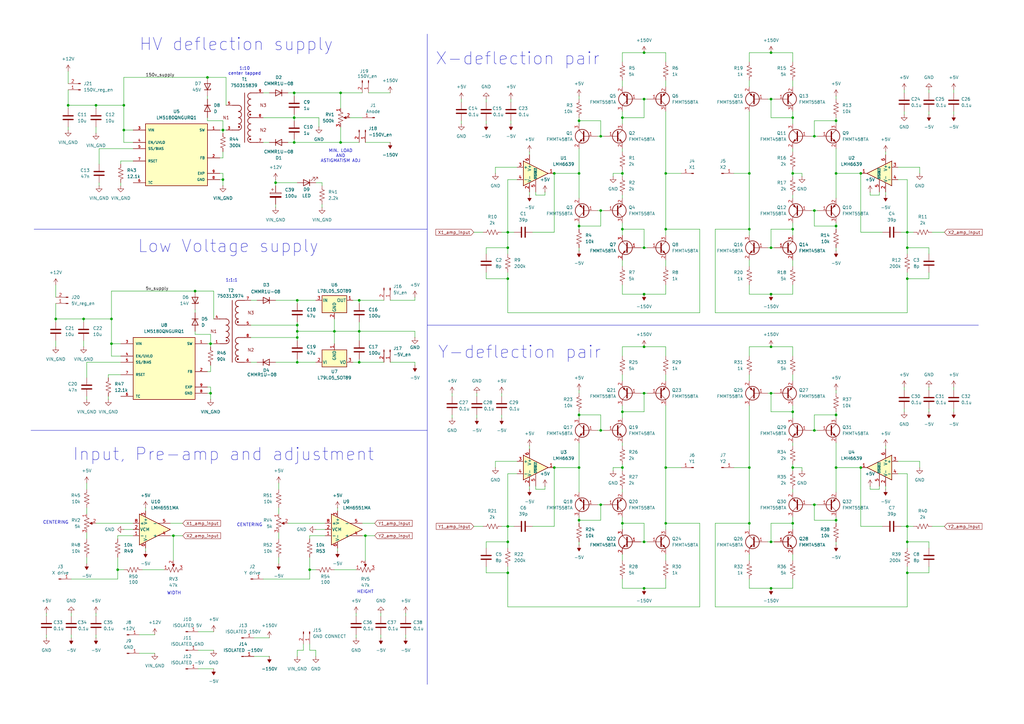
<source format=kicad_sch>
(kicad_sch (version 20231120) (generator "eeschema") (generator_version "8.0")
  (paper "A3")
  (lib_symbols
    (symbol "750313974:750313974" (pin_names (offset 1.016))
      (property "Reference" "T" (at 0 13.97 0))
      (symbol "750313974_0_0"
        (text "N1" (at -7.62 0 0) (effects (font (size 1.27 1.27))))
        (text "N2" (at 7.62 7.62 0) (effects (font (size 1.27 1.27))))
        (text "N3" (at 7.62 -7.62 0) (effects (font (size 1.27 1.27))))
        (pin passive line (at -7.62 5.08 0) (length 2.54) (name "~") (number "1"))
        (pin passive line (at -7.62 -5.08 0) (length 2.54) (name "~") (number "4"))
        (pin passive line (at 7.62 -2.54 180) (length 2.54) (name "~") (number "5"))
        (pin passive line (at 7.62 12.7 180) (length 2.54) (name "~") (number "6"))
        (pin passive line (at 7.62 -12.7 180) (length 2.54) (name "~") (number "7"))
        (pin passive line (at 7.62 2.54 180) (length 2.54) (name "~") (number "8"))
      )
    )
    (symbol "750315839:750315839" (pin_names (offset 1.016))
      (property "Reference" "T" (at 0 11.43 0))
      (symbol "750315839_0_0"
        (text "N1" (at -7.62 0 0) (effects (font (size 1.27 1.27))))
        (text "N2" (at 7.62 5.08 0) (effects (font (size 1.27 1.27))))
        (text "N3" (at 7.62 -5.08 0) (effects (font (size 1.27 1.27))))
        (pin passive line (at -7.62 5.08 0) (length 2.54) (name "~") (number "3"))
        (pin passive line (at -7.62 -5.08 0) (length 2.54) (name "~") (number "5"))
        (pin passive line (at 7.62 10.16 180) (length 2.54) (name "~") (number "7"))
        (pin passive line (at 7.62 0 180) (length 2.54) (name "~") (number "8"))
        (pin passive line (at 7.62 -10.16 180) (length 2.54) (name "~") (number "9"))
      )
    )
    (symbol "Amplifier_Operational:LMH6551MA" (pin_names (offset 0.254))
      (property "Reference" "U" (at 3.81 6.35 0))
      (property "Value" "LMH6551MA" (at 3.81 -5.08 0))
      (symbol "LMH6551MA_1_1"
        (pin input line (at -7.62 -2.54 0) (length 2.54) (name "-") (number "1"))
        (pin input line (at -7.62 0 0) (length 2.54) (name "VCM") (number "2"))
        (pin power_in line (at -2.54 7.62 270) (length 2.54) (name "V+") (number "3"))
        (pin output line (at 7.62 -2.54 180) (length 5.08) (name "+") (number "4"))
        (pin output line (at 7.62 2.54 180) (length 5.08) (name "-") (number "5"))
        (pin power_in line (at -2.54 -7.62 90) (length 2.54) (name "V-") (number "6"))
        (pin no_connect line (at 5.08 0 180) (length 2.54) hide (name "NC") (number "7"))
        (pin input line (at -7.62 2.54 0) (length 2.54) (name "+") (number "8"))
      )
    )
    (symbol "Amplifier_Operational:LMH6611" (pin_names (offset 0.127))
      (property "Reference" "U" (at 2.54 3.81 0))
      (property "Value" "LMH6611" (at 2.54 -3.81 0))
      (symbol "LMH6611_1_1"
        (pin output line (at 7.62 0 180) (length 2.54) (name "~") (number "1"))
        (pin power_in line (at -2.54 -7.62 90) (length 3.81) (name "V-") (number "2"))
        (pin input line (at -7.62 2.54 0) (length 2.54) (name "+") (number "3"))
        (pin input line (at -7.62 -2.54 0) (length 2.54) (name "-") (number "4"))
        (pin input line (at 0 -7.62 90) (length 5.08) (name "~{DISABLE}") (number "5"))
        (pin power_in line (at -2.54 7.62 270) (length 3.81) (name "V+") (number "6"))
      )
    )
    (symbol "Connector:Conn_01x01_Pin" (pin_names (offset 1.016) hide)
      (property "Reference" "J" (at 0 2.54 0))
      (property "Value" "Conn_01x01_Pin" (at 0 -2.54 0))
      (symbol "Conn_01x01_Pin_1_1"
        (pin passive line (at 5.08 0 180) (length 3.81) (name "Pin_1") (number "1"))
      )
    )
    (symbol "Connector:Conn_01x02_Pin" (pin_names (offset 1.016) hide)
      (property "Reference" "J" (at 0 2.54 0))
      (property "Value" "Conn_01x02_Pin" (at 0 -5.08 0))
      (symbol "Conn_01x02_Pin_1_1"
        (pin passive line (at 5.08 0 180) (length 3.81) (name "Pin_1") (number "1"))
        (pin passive line (at 5.08 -2.54 180) (length 3.81) (name "Pin_2") (number "2"))
      )
    )
    (symbol "Device:C" (pin_numbers hide) (pin_names (offset 0.254))
      (property "Reference" "C" (at 0.635 2.54 0))
      (property "Value" "C" (at 0.635 -2.54 0))
      (symbol "C_1_1"
        (pin passive line (at 0 3.81 270) (length 2.794) (name "~") (number "1"))
        (pin passive line (at 0 -3.81 90) (length 2.794) (name "~") (number "2"))
      )
    )
    (symbol "Device:C_Polarized" (pin_numbers hide) (pin_names (offset 0.254))
      (property "Reference" "C" (at 0.635 2.54 0))
      (property "Value" "C_Polarized" (at 0.635 -2.54 0))
      (symbol "C_Polarized_1_1"
        (pin passive line (at 0 3.81 270) (length 2.794) (name "~") (number "1"))
        (pin passive line (at 0 -3.81 90) (length 2.794) (name "~") (number "2"))
      )
    )
    (symbol "Device:D" (pin_numbers hide) (pin_names (offset 1.016) hide)
      (property "Reference" "D" (at 0 2.54 0))
      (property "Value" "D" (at 0 -2.54 0))
      (symbol "D_1_1"
        (pin passive line (at -3.81 0 0) (length 2.54) (name "K") (number "1"))
        (pin passive line (at 3.81 0 180) (length 2.54) (name "A") (number "2"))
      )
    )
    (symbol "Device:D_Zener" (pin_numbers hide) (pin_names (offset 1.016) hide)
      (property "Reference" "D" (at 0 2.54 0))
      (property "Value" "D_Zener" (at 0 -2.54 0))
      (symbol "D_Zener_1_1"
        (pin passive line (at -3.81 0 0) (length 2.54) (name "K") (number "1"))
        (pin passive line (at 3.81 0 180) (length 2.54) (name "A") (number "2"))
      )
    )
    (symbol "Device:LED" (pin_numbers hide) (pin_names (offset 1.016) hide)
      (property "Reference" "D" (at 0 2.54 0))
      (property "Value" "LED" (at 0 -2.54 0))
      (symbol "LED_1_1"
        (pin passive line (at -3.81 0 0) (length 2.54) (name "K") (number "1"))
        (pin passive line (at 3.81 0 180) (length 2.54) (name "A") (number "2"))
      )
    )
    (symbol "Device:R_Potentiometer_US" (pin_names (offset 1.016) hide)
      (property "Reference" "RV" (at -4.445 0 90))
      (property "Value" "R_Potentiometer_US" (at -2.54 0 90))
      (symbol "R_Potentiometer_US_1_1"
        (pin passive line (at 0 3.81 270) (length 1.27) (name "1") (number "1"))
        (pin passive line (at 3.81 0 180) (length 1.27) (name "2") (number "2"))
        (pin passive line (at 0 -3.81 90) (length 1.27) (name "3") (number "3"))
      )
    )
    (symbol "Device:R_US" (pin_numbers hide) (pin_names (offset 0))
      (property "Reference" "R" (at 2.54 0 90))
      (property "Value" "R_US" (at -2.54 0 90))
      (symbol "R_US_1_1"
        (pin passive line (at 0 3.81 270) (length 1.27) (name "~") (number "1"))
        (pin passive line (at 0 -3.81 90) (length 1.27) (name "~") (number "2"))
      )
    )
    (symbol "LM5180QNGURQ1:LM5180QNGURQ1" (pin_names (offset 1.016))
      (property "Reference" "U" (at -12.7 13.97 0))
      (property "Value" "LM5180QNGURQ1" (at -12.7 -13.97 0))
      (symbol "LM5180QNGURQ1_0_0"
        (pin output line (at 17.78 10.16 180) (length 5.08) (name "SW") (number "1"))
        (pin input line (at 17.78 -1.27 180) (length 5.08) (name "FB") (number "2"))
        (pin input line (at -17.78 10.16 0) (length 5.08) (name "VIN") (number "3"))
        (pin input line (at -17.78 5.08 0) (length 5.08) (name "EN/UVLO") (number "4"))
        (pin input line (at -17.78 2.54 0) (length 5.08) (name "SS/BIAS") (number "5"))
        (pin passive line (at -17.78 -11.43 0) (length 5.08) (name "TC") (number "6"))
        (pin passive line (at -17.78 -2.54 0) (length 5.08) (name "RSET") (number "7"))
        (pin power_in line (at 17.78 -10.16 180) (length 5.08) (name "GND") (number "8"))
        (pin power_in line (at 17.78 -7.62 180) (length 5.08) (name "EXP") (number "9"))
      )
    )
    (symbol "Regulator_Linear:L78L05_SOT89" (pin_names (offset 0.254))
      (property "Reference" "U" (at -3.81 3.175 0))
      (property "Value" "L78L05_SOT89" (at -0.635 3.175 0))
      (symbol "L78L05_SOT89_1_1"
        (pin power_out line (at 7.62 0 180) (length 2.54) (name "OUT") (number "1"))
        (pin power_in line (at 0 -7.62 90) (length 2.54) (name "GND") (number "2"))
        (pin power_in line (at -7.62 0 0) (length 2.54) (name "IN") (number "3"))
      )
    )
    (symbol "Regulator_Linear:L79L05_SOT89" (pin_names (offset 0.254))
      (property "Reference" "U" (at -3.81 -3.175 0))
      (property "Value" "L79L05_SOT89" (at 0 -3.175 0))
      (symbol "L79L05_SOT89_1_1"
        (pin power_in line (at 0 7.62 270) (length 2.54) (name "GND") (number "1"))
        (pin power_in line (at -7.62 0 0) (length 2.54) (name "VI") (number "2"))
        (pin power_out line (at 7.62 0 180) (length 2.54) (name "VO") (number "3"))
      )
    )
    (symbol "Transistor_BJT:BC848" (pin_names (offset 0) hide)
      (property "Reference" "Q" (at 5.08 1.905 0))
      (property "Value" "BC848" (at 5.08 0 0))
      (symbol "BC848_1_1"
        (pin input line (at -5.08 0 0) (length 5.715) (name "B") (number "1"))
        (pin passive line (at 2.54 -5.08 90) (length 2.54) (name "E") (number "2"))
        (pin passive line (at 2.54 5.08 270) (length 2.54) (name "C") (number "3"))
      )
    )
    (symbol "Transistor_BJT:BC856" (pin_names (offset 0) hide)
      (property "Reference" "Q" (at 5.08 1.905 0))
      (property "Value" "BC856" (at 5.08 0 0))
      (symbol "BC856_1_1"
        (pin input line (at -5.08 0 0) (length 5.715) (name "B") (number "1"))
        (pin passive line (at 2.54 -5.08 90) (length 2.54) (name "E") (number "2"))
        (pin passive line (at 2.54 5.08 270) (length 2.54) (name "C") (number "3"))
      )
    )
    (symbol "power:+12V" (power) (pin_numbers hide) (pin_names (offset 0) hide)
      (property "Value" "+12V" (at 0 3.556 0))
      (symbol "+12V_1_1"
        (pin power_in line (at 0 0 90) (length 0) (name "~") (number "1"))
      )
    )
    (symbol "power:+48V" (power) (pin_numbers hide) (pin_names (offset 0) hide)
      (property "Value" "+48V" (at 0 3.556 0))
      (symbol "+48V_1_1"
        (pin power_in line (at 0 0 90) (length 0) (name "~") (number "1"))
      )
    )
    (symbol "power:+5V" (power) (pin_numbers hide) (pin_names (offset 0) hide)
      (property "Value" "+5V" (at 0 3.556 0))
      (symbol "+5V_1_1"
        (pin power_in line (at 0 0 90) (length 0) (name "~") (number "1"))
      )
    )
    (symbol "power:-48V" (power) (pin_numbers hide) (pin_names (offset 0) hide)
      (property "Value" "-48V" (at 0 3.556 0))
      (symbol "-48V_0_0"
        (pin power_in line (at 0 0 90) (length 0) (name "~") (number "1"))
      )
    )
    (symbol "power:-5V" (power) (pin_numbers hide) (pin_names (offset 0) hide)
      (property "Value" "-5V" (at 0 3.556 0))
      (symbol "-5V_0_0"
        (pin power_in line (at 0 0 90) (length 0) (name "~") (number "1"))
      )
    )
    (symbol "power:GND" (power) (pin_numbers hide) (pin_names (offset 0) hide)
      (property "Value" "GND" (at 0 -3.81 0))
      (symbol "GND_1_1"
        (pin power_in line (at 0 0 270) (length 0) (name "~") (number "1"))
      )
    )
    (symbol "power:GND2" (power) (pin_numbers hide) (pin_names (offset 0) hide)
      (property "Value" "GND2" (at 0 -3.81 0))
      (symbol "GND2_1_1"
        (pin power_in line (at 0 0 270) (length 0) (name "~") (number "1"))
      )
    )
  )
  (junction (at 372.11 234.95))
  (junction (at 120.65 48.26))
  (junction (at 264.16 21.59))
  (junction (at 237.49 170.18))
  (junction (at 273.05 71.12))
  (junction (at 120.65 38.1))
  (junction (at 127 233.68))
  (junction (at 307.34 71.12))
  (junction (at 147.32 135.89))
  (junction (at 334.01 86.36))
  (junction (at 246.38 176.53))
  (junction (at 121.92 133.35))
  (junction (at 86.36 161.29))
  (junction (at 353.06 191.77))
  (junction (at 307.34 191.77))
  (junction (at 121.92 123.19))
  (junction (at 208.28 215.9))
  (junction (at 139.7 38.1))
  (junction (at 139.7 58.42))
  (junction (at 27.94 43.18))
  (junction (at 22.86 130.81))
  (junction (at 316.23 161.29))
  (junction (at 255.27 71.12))
  (junction (at 227.33 191.77))
  (junction (at 237.49 71.12))
  (junction (at 255.27 191.77))
  (junction (at 372.11 222.25))
  (junction (at 137.16 135.89))
  (junction (at 372.11 215.9))
  (junction (at 342.9 71.12))
  (junction (at 325.12 48.26))
  (junction (at 325.12 71.12))
  (junction (at 316.23 222.25))
  (junction (at 80.01 119.38))
  (junction (at 91.44 53.34))
  (junction (at 264.16 161.29))
  (junction (at 71.12 219.71))
  (junction (at 342.9 191.77))
  (junction (at 85.09 31.75))
  (junction (at 121.92 135.89))
  (junction (at 316.23 142.24))
  (junction (at 316.23 120.65))
  (junction (at 86.36 140.97))
  (junction (at 334.01 207.01))
  (junction (at 121.92 138.43))
  (junction (at 325.12 214.63))
  (junction (at 372.11 101.6))
  (junction (at 342.9 213.36))
  (junction (at 264.16 142.24))
  (junction (at 264.16 40.64))
  (junction (at 342.9 92.71))
  (junction (at 45.72 140.97))
  (junction (at 34.29 130.81))
  (junction (at 246.38 86.36))
  (junction (at 316.23 21.59))
  (junction (at 264.16 120.65))
  (junction (at 273.05 191.77))
  (junction (at 255.27 214.63))
  (junction (at 342.9 49.53))
  (junction (at 45.72 130.81))
  (junction (at 325.12 168.91))
  (junction (at 237.49 92.71))
  (junction (at 39.37 43.18))
  (junction (at 307.34 93.98))
  (junction (at 227.33 71.12))
  (junction (at 246.38 55.88))
  (junction (at 208.28 95.25))
  (junction (at 147.32 123.19))
  (junction (at 237.49 213.36))
  (junction (at 316.23 101.6))
  (junction (at 316.23 40.64))
  (junction (at 208.28 114.3))
  (junction (at 50.8 43.18))
  (junction (at 121.92 148.59))
  (junction (at 208.28 222.25))
  (junction (at 91.44 73.66))
  (junction (at 255.27 168.91))
  (junction (at 273.05 214.63))
  (junction (at 372.11 114.3))
  (junction (at 264.16 101.6))
  (junction (at 273.05 93.98))
  (junction (at 334.01 176.53))
  (junction (at 325.12 191.77))
  (junction (at 342.9 170.18))
  (junction (at 316.23 241.3))
  (junction (at 208.28 234.95))
  (junction (at 246.38 207.01))
  (junction (at 237.49 49.53))
  (junction (at 50.8 53.34))
  (junction (at 113.03 74.93))
  (junction (at 147.32 148.59))
  (junction (at 307.34 214.63))
  (junction (at 372.11 95.25))
  (junction (at 353.06 71.12))
  (junction (at 334.01 55.88))
  (junction (at 48.26 233.68))
  (junction (at 120.65 58.42))
  (junction (at 208.28 101.6))
  (junction (at 237.49 191.77))
  (junction (at 255.27 93.98))
  (junction (at 149.86 219.71))
  (junction (at 325.12 93.98))
  (junction (at 264.16 222.25))
  (junction (at 255.27 48.26))
  (junction (at 264.16 241.3))
  (wire (pts (xy 377.19 71.12) (xy 377.19 68.58)))
  (wire (pts (xy 255.27 166.37) (xy 255.27 168.91)))
  (wire (pts (xy 120.65 48.26) (xy 120.65 49.53)))
  (wire (pts (xy 316.23 40.64) (xy 316.23 48.26)))
  (wire (pts (xy 372.11 111.76) (xy 372.11 114.3)))
  (wire (pts (xy 237.49 39.37) (xy 237.49 40.64)))
  (wire (pts (xy 334.01 55.88) (xy 332.74 55.88)))
  (wire (pts (xy 382.27 95.25) (xy 387.35 95.25)))
  (wire (pts (xy 328.93 72.39) (xy 328.93 71.12)))
  (wire (pts (xy 335.28 176.53) (xy 334.01 176.53)))
  (wire (pts (xy 273.05 71.12) (xy 273.05 93.98)))
  (wire (pts (xy 325.12 25.4) (xy 325.12 21.59)))
  (wire (pts (xy 342.9 213.36) (xy 342.9 214.63)))
  (wire (pts (xy 39.37 251.46) (xy 39.37 252.73)))
  (wire (pts (xy 325.12 71.12) (xy 325.12 72.39)))
  (wire (pts (xy 113.03 74.93) (xy 113.03 76.2)))
  (wire (pts (xy 245.11 207.01) (xy 246.38 207.01)))
  (wire (pts (xy 255.27 48.26) (xy 264.16 48.26)))
  (wire (pts (xy 120.65 58.42) (xy 139.7 58.42)))
  (wire (pts (xy 86.36 158.75) (xy 86.36 161.29)))
  (wire (pts (xy 255.27 48.26) (xy 255.27 50.8)))
  (wire (pts (xy 86.36 140.97) (xy 87.63 140.97)))
  (wire (pts (xy 217.17 182.88) (xy 217.17 184.15)))
  (wire (pts (xy 121.92 147.32) (xy 121.92 148.59)))
  (wire (pts (xy 245.11 55.88) (xy 246.38 55.88)))
  (wire (pts (xy 381 104.14) (xy 381 101.6)))
  (wire (pts (xy 199.39 232.41) (xy 199.39 234.95)))
  (wire (pts (xy 107.95 48.26) (xy 120.65 48.26)))
  (wire (pts (xy 264.16 161.29) (xy 264.16 168.91)))
  (wire (pts (xy 335.28 207.01) (xy 334.01 207.01)))
  (wire (pts (xy 59.69 208.28) (xy 59.69 209.55)))
  (wire (pts (xy 45.72 146.05) (xy 45.72 140.97)))
  (wire (pts (xy 40.64 74.93) (xy 40.64 76.2)))
  (wire (pts (xy 328.93 193.04) (xy 328.93 191.77)))
  (wire (pts (xy 325.12 168.91) (xy 316.23 168.91)))
  (wire (pts (xy 194.31 215.9) (xy 198.12 215.9)))
  (wire (pts (xy 237.49 60.96) (xy 237.49 71.12)))
  (wire (pts (xy 372.11 73.66) (xy 368.3 73.66)))
  (wire (pts (xy 255.27 237.49) (xy 255.27 241.3)))
  (wire (pts (xy 50.8 58.42) (xy 50.8 53.34)))
  (wire (pts (xy 49.53 74.93) (xy 49.53 76.2)))
  (wire (pts (xy 57.15 260.35) (xy 63.5 260.35)))
  (wire (pts (xy 139.7 52.07) (xy 139.7 58.42)))
  (wire (pts (xy 39.37 43.18) (xy 27.94 43.18)))
  (wire (pts (xy 86.36 149.86) (xy 86.36 152.4)))
  (wire (pts (xy 137.16 135.89) (xy 147.32 135.89)))
  (wire (pts (xy 255.27 69.85) (xy 255.27 71.12)))
  (wire (pts (xy 208.28 222.25) (xy 208.28 215.9)))
  (wire (pts (xy 208.28 194.31) (xy 212.09 194.31)))
  (wire (pts (xy 107.95 237.49) (xy 127 237.49)))
  (wire (pts (xy 307.34 227.33) (xy 307.34 229.87)))
  (wire (pts (xy 90.17 71.12) (xy 91.44 71.12)))
  (wire (pts (xy 360.68 200.66) (xy 356.87 200.66)))
  (wire (pts (xy 92.71 31.75) (xy 92.71 43.18)))
  (wire (pts (xy 199.39 104.14) (xy 199.39 101.6)))
  (wire (pts (xy 377.19 191.77) (xy 377.19 189.23)))
  (wire (pts (xy 147.32 132.08) (xy 147.32 135.89)))
  (wire (pts (xy 194.31 95.25) (xy 198.12 95.25)))
  (wire (pts (xy 237.49 212.09) (xy 237.49 213.36)))
  (wire (pts (xy 316.23 120.65) (xy 307.34 120.65)))
  (wire (pts (xy 325.12 45.72) (xy 325.12 48.26)))
  (wire (pts (xy 208.28 232.41) (xy 208.28 234.95)))
  (wire (pts (xy 139.7 38.1) (xy 139.7 44.45)))
  (wire (pts (xy 342.9 49.53) (xy 334.01 49.53)))
  (wire (pts (xy 22.86 116.84) (xy 22.86 121.92)))
  (wire (pts (xy 49.53 140.97) (xy 45.72 140.97)))
  (wire (pts (xy 114.3 198.12) (xy 114.3 200.66)))
  (wire (pts (xy 45.72 119.38) (xy 80.01 119.38)))
  (wire (pts (xy 293.37 214.63) (xy 293.37 248.92)))
  (wire (pts (xy 273.05 21.59) (xy 273.05 25.4)))
  (wire (pts (xy 237.49 160.02) (xy 237.49 161.29)))
  (wire (pts (xy 114.3 228.6) (xy 114.3 231.14)))
  (wire (pts (xy 127 219.71) (xy 133.35 219.71)))
  (wire (pts (xy 372.11 215.9) (xy 369.57 215.9)))
  (wire (pts (xy 374.65 215.9) (xy 372.11 215.9)))
  (wire (pts (xy 90.17 73.66) (xy 91.44 73.66)))
  (wire (pts (xy 50.8 31.75) (xy 50.8 43.18)))
  (wire (pts (xy 203.2 191.77) (xy 203.2 189.23)))
  (wire (pts (xy 71.12 219.71) (xy 69.85 219.71)))
  (wire (pts (xy 120.65 38.1) (xy 139.7 38.1)))
  (wire (pts (xy 102.87 148.59) (xy 105.41 148.59)))
  (wire (pts (xy 374.65 95.25) (xy 372.11 95.25)))
  (wire (pts (xy 39.37 52.07) (xy 39.37 54.61)))
  (wire (pts (xy 199.39 49.53) (xy 199.39 50.8)))
  (wire (pts (xy 54.61 53.34) (xy 50.8 53.34)))
  (wire (pts (xy 189.23 40.64) (xy 189.23 41.91)))
  (wire (pts (xy 35.56 162.56) (xy 35.56 163.83)))
  (wire (pts (xy 102.87 133.35) (xy 121.92 133.35)))
  (wire (pts (xy 209.55 49.53) (xy 209.55 50.8)))
  (wire (pts (xy 121.92 266.7) (xy 121.92 269.24)))
  (wire (pts (xy 360.68 80.01) (xy 356.87 80.01)))
  (wire (pts (xy 317.5 101.6) (xy 316.23 101.6)))
  (wire (pts (xy 342.9 39.37) (xy 342.9 40.64)))
  (wire (pts (xy 50.8 31.75) (xy 85.09 31.75)))
  (wire (pts (xy 91.44 62.23) (xy 91.44 64.77)))
  (wire (pts (xy 71.12 219.71) (xy 74.93 219.71)))
  (wire (pts (xy 273.05 45.72) (xy 273.05 71.12)))
  (wire (pts (xy 273.05 142.24) (xy 273.05 146.05)))
  (wire (pts (xy 287.02 214.63) (xy 287.02 248.92)))
  (wire (pts (xy 307.34 71.12) (xy 307.34 93.98)))
  (wire (pts (xy 147.32 148.59) (xy 157.48 148.59)))
  (wire (pts (xy 372.11 232.41) (xy 372.11 234.95)))
  (wire (pts (xy 372.11 104.14) (xy 372.11 101.6)))
  (wire (pts (xy 342.9 60.96) (xy 342.9 71.12)))
  (wire (pts (xy 39.37 214.63) (xy 54.61 214.63)))
  (wire (pts (xy 372.11 194.31) (xy 368.3 194.31)))
  (wire (pts (xy 316.23 241.3) (xy 307.34 241.3)))
  (wire (pts (xy 127 233.68) (xy 129.54 233.68)))
  (wire (pts (xy 208.28 114.3) (xy 208.28 128.27)))
  (wire (pts (xy 107.95 58.42) (xy 110.49 58.42)))
  (wire (pts (xy 307.34 214.63) (xy 293.37 214.63)))
  (wire (pts (xy 342.9 160.02) (xy 342.9 161.29)))
  (wire (pts (xy 227.33 71.12) (xy 227.33 95.25)))
  (wire (pts (xy 205.74 215.9) (xy 208.28 215.9)))
  (wire (pts (xy 293.37 248.92) (xy 372.11 248.92)))
  (wire (pts (xy 255.27 191.77) (xy 255.27 193.04)))
  (wire (pts (xy 71.12 219.71) (xy 71.12 229.87)))
  (wire (pts (xy 325.12 60.96) (xy 325.12 62.23)))
  (wire (pts (xy 205.74 95.25) (xy 208.28 95.25)))
  (wire (pts (xy 287.02 248.92) (xy 208.28 248.92)))
  (wire (pts (xy 34.29 139.7) (xy 34.29 142.24)))
  (wire (pts (xy 58.42 233.68) (xy 67.31 233.68)))
  (wire (pts (xy 208.28 95.25) (xy 208.28 73.66)))
  (wire (pts (xy 307.34 191.77) (xy 307.34 214.63)))
  (wire (pts (xy 381 224.79) (xy 381 222.25)))
  (wire (pts (xy 391.16 167.64) (xy 391.16 168.91)))
  (wire (pts (xy 113.03 123.19) (xy 121.92 123.19)))
  (wire (pts (xy 377.19 68.58) (xy 368.3 68.58)))
  (wire (pts (xy 342.9 170.18) (xy 334.01 170.18)))
  (polyline (pts (xy 12.7 176.53) (xy 175.26 176.53)))
  (wire (pts (xy 325.12 91.44) (xy 325.12 93.98)))
  (wire (pts (xy 307.34 45.72) (xy 307.34 71.12)))
  (wire (pts (xy 307.34 241.3) (xy 307.34 237.49)))
  (wire (pts (xy 353.06 71.12) (xy 342.9 71.12)))
  (wire (pts (xy 273.05 153.67) (xy 273.05 156.21)))
  (polyline (pts (xy 175.26 13.97) (xy 175.26 280.67)))
  (wire (pts (xy 316.23 142.24) (xy 307.34 142.24)))
  (wire (pts (xy 170.18 148.59) (xy 170.18 149.86)))
  (wire (pts (xy 264.16 93.98) (xy 264.16 101.6)))
  (wire (pts (xy 170.18 123.19) (xy 170.18 121.92)))
  (wire (pts (xy 120.65 57.15) (xy 120.65 58.42)))
  (wire (pts (xy 208.28 111.76) (xy 208.28 114.3)))
  (wire (pts (xy 50.8 53.34) (xy 50.8 43.18)))
  (wire (pts (xy 381 222.25) (xy 372.11 222.25)))
  (wire (pts (xy 185.42 170.18) (xy 185.42 171.45)))
  (wire (pts (xy 287.02 128.27) (xy 208.28 128.27)))
  (wire (pts (xy 372.11 95.25) (xy 369.57 95.25)))
  (wire (pts (xy 223.52 78.74) (xy 223.52 80.01)))
  (wire (pts (xy 143.51 48.26) (xy 148.59 48.26)))
  (wire (pts (xy 334.01 176.53) (xy 332.74 176.53)))
  (wire (pts (xy 342.9 92.71) (xy 342.9 93.98)))
  (wire (pts (xy 335.28 55.88) (xy 334.01 55.88)))
  (wire (pts (xy 255.27 116.84) (xy 255.27 120.65)))
  (wire (pts (xy 255.27 168.91) (xy 264.16 168.91)))
  (wire (pts (xy 361.95 95.25) (xy 353.06 95.25)))
  (wire (pts (xy 139.7 38.1) (xy 148.59 38.1)))
  (wire (pts (xy 137.16 130.81) (xy 137.16 135.89)))
  (wire (pts (xy 325.12 241.3) (xy 316.23 241.3)))
  (wire (pts (xy 27.94 43.18) (xy 27.94 44.45)))
  (wire (pts (xy 307.34 142.24) (xy 307.34 146.05)))
  (wire (pts (xy 114.3 218.44) (xy 114.3 220.98)))
  (wire (pts (xy 124.46 266.7) (xy 121.92 266.7)))
  (wire (pts (xy 85.09 49.53) (xy 91.44 49.53)))
  (polyline (pts (xy 175.26 133.35) (xy 401.32 133.35)))
  (wire (pts (xy 19.05 251.46) (xy 19.05 252.73)))
  (wire (pts (xy 127 237.49) (xy 127 233.68)))
  (wire (pts (xy 328.93 191.77) (xy 325.12 191.77)))
  (wire (pts (xy 342.9 212.09) (xy 342.9 213.36)))
  (wire (pts (xy 48.26 220.98) (xy 48.26 219.71)))
  (wire (pts (xy 325.12 48.26) (xy 325.12 50.8)))
  (wire (pts (xy 353.06 191.77) (xy 353.06 215.9)))
  (wire (pts (xy 127 264.16) (xy 127 266.7)))
  (wire (pts (xy 273.05 106.68) (xy 273.05 109.22)))
  (wire (pts (xy 334.01 49.53) (xy 334.01 55.88)))
  (wire (pts (xy 218.44 215.9) (xy 227.33 215.9)))
  (wire (pts (xy 293.37 128.27) (xy 372.11 128.27)))
  (wire (pts (xy 391.16 158.75) (xy 391.16 160.02)))
  (polyline (pts (xy 13.97 93.98) (xy 175.26 93.98)))
  (wire (pts (xy 237.49 101.6) (xy 237.49 102.87)))
  (wire (pts (xy 139.7 58.42) (xy 147.32 58.42)))
  (wire (pts (xy 370.84 158.75) (xy 370.84 160.02)))
  (wire (pts (xy 49.53 146.05) (xy 45.72 146.05)))
  (wire (pts (xy 325.12 80.01) (xy 325.12 81.28)))
  (wire (pts (xy 237.49 181.61) (xy 237.49 191.77)))
  (wire (pts (xy 199.39 222.25) (xy 208.28 222.25)))
  (wire (pts (xy 85.09 39.37) (xy 85.09 40.64)))
  (wire (pts (xy 132.08 74.93) (xy 132.08 76.2)))
  (wire (pts (xy 325.12 33.02) (xy 325.12 35.56)))
  (wire (pts (xy 208.28 215.9) (xy 210.82 215.9)))
  (wire (pts (xy 205.74 161.29) (xy 205.74 162.56)))
  (wire (pts (xy 363.22 200.66) (xy 363.22 199.39)))
  (wire (pts (xy 137.16 233.68) (xy 146.05 233.68)))
  (wire (pts (xy 273.05 166.37) (xy 273.05 191.77)))
  (wire (pts (xy 69.85 214.63) (xy 74.93 214.63)))
  (wire (pts (xy 372.11 222.25) (xy 372.11 215.9)))
  (wire (pts (xy 391.16 36.83) (xy 391.16 38.1)))
  (wire (pts (xy 325.12 120.65) (xy 316.23 120.65)))
  (wire (pts (xy 208.28 73.66) (xy 212.09 73.66)))
  (wire (pts (xy 166.37 260.35) (xy 166.37 261.62)))
  (wire (pts (xy 118.11 38.1) (xy 120.65 38.1)))
  (wire (pts (xy 39.37 43.18) (xy 39.37 44.45)))
  (wire (pts (xy 80.01 135.89) (xy 80.01 137.16)))
  (wire (pts (xy 262.89 161.29) (xy 264.16 161.29)))
  (wire (pts (xy 381 36.83) (xy 381 38.1)))
  (wire (pts (xy 342.9 181.61) (xy 342.9 191.77)))
  (wire (pts (xy 264.16 241.3) (xy 273.05 241.3)))
  (wire (pts (xy 121.92 138.43) (xy 121.92 139.7)))
  (wire (pts (xy 325.12 190.5) (xy 325.12 191.77)))
  (wire (pts (xy 114.3 208.28) (xy 114.3 210.82)))
  (wire (pts (xy 121.92 132.08) (xy 121.92 133.35)))
  (wire (pts (xy 264.16 40.64) (xy 264.16 48.26)))
  (wire (pts (xy 104.14 261.62) (xy 110.49 261.62)))
  (wire (pts (xy 381 232.41) (xy 381 234.95)))
  (wire (pts (xy 342.9 48.26) (xy 342.9 49.53)))
  (wire (pts (xy 102.87 138.43) (xy 121.92 138.43)))
  (wire (pts (xy 255.27 21.59) (xy 264.16 21.59)))
  (wire (pts (xy 372.11 101.6) (xy 372.11 95.25)))
  (wire (pts (xy 307.34 71.12) (xy 300.99 71.12)))
  (wire (pts (xy 325.12 212.09) (xy 325.12 214.63)))
  (wire (pts (xy 27.94 52.07) (xy 27.94 53.34)))
  (wire (pts (xy 148.59 214.63) (xy 153.67 214.63)))
  (wire (pts (xy 27.94 36.83) (xy 27.94 43.18)))
  (wire (pts (xy 334.01 213.36) (xy 334.01 207.01)))
  (wire (pts (xy 334.01 170.18) (xy 334.01 176.53)))
  (wire (pts (xy 120.65 46.99) (xy 120.65 48.26)))
  (wire (pts (xy 19.05 260.35) (xy 19.05 261.62)))
  (wire (pts (xy 316.23 101.6) (xy 314.96 101.6)))
  (wire (pts (xy 237.49 170.18) (xy 237.49 171.45)))
  (wire (pts (xy 91.44 53.34) (xy 92.71 53.34)))
  (wire (pts (xy 307.34 214.63) (xy 307.34 217.17)))
  (wire (pts (xy 147.32 135.89) (xy 170.18 135.89)))
  (wire (pts (xy 39.37 43.18) (xy 50.8 43.18)))
  (wire (pts (xy 255.27 142.24) (xy 264.16 142.24)))
  (wire (pts (xy 209.55 40.64) (xy 209.55 41.91)))
  (wire (pts (xy 50.8 217.17) (xy 54.61 217.17)))
  (wire (pts (xy 363.22 62.23) (xy 363.22 63.5)))
  (wire (pts (xy 49.53 66.04) (xy 49.53 67.31)))
  (wire (pts (xy 227.33 71.12) (xy 237.49 71.12)))
  (wire (pts (xy 255.27 214.63) (xy 255.27 217.17)))
  (wire (pts (xy 342.9 170.18) (xy 342.9 171.45)))
  (wire (pts (xy 203.2 71.12) (xy 203.2 68.58)))
  (wire (pts (xy 325.12 168.91) (xy 325.12 171.45)))
  (wire (pts (xy 29.21 260.35) (xy 29.21 261.62)))
  (wire (pts (xy 328.93 71.12) (xy 325.12 71.12)))
  (wire (pts (xy 144.78 123.19) (xy 147.32 123.19)))
  (wire (pts (xy 39.37 260.35) (xy 39.37 261.62)))
  (wire (pts (xy 22.86 139.7) (xy 22.86 142.24)))
  (wire (pts (xy 81.28 266.7) (xy 87.63 266.7)))
  (wire (pts (xy 199.39 114.3) (xy 208.28 114.3)))
  (wire (pts (xy 127 220.98) (xy 127 219.71)))
  (wire (pts (xy 217.17 80.01) (xy 217.17 78.74)))
  (wire (pts (xy 316.23 21.59) (xy 307.34 21.59)))
  (wire (pts (xy 48.26 237.49) (xy 48.26 233.68)))
  (wire (pts (xy 121.92 135.89) (xy 137.16 135.89)))
  (wire (pts (xy 35.56 148.59) (xy 49.53 148.59)))
  (wire (pts (xy 203.2 189.23) (xy 212.09 189.23)))
  (wire (pts (xy 144.78 148.59) (xy 147.32 148.59)))
  (wire (pts (xy 255.27 241.3) (xy 264.16 241.3)))
  (wire (pts (xy 149.86 219.71) (xy 149.86 229.87)))
  (wire (pts (xy 146.05 251.46) (xy 146.05 252.73)))
  (wire (pts (xy 325.12 200.66) (xy 325.12 201.93)))
  (wire (pts (xy 147.32 147.32) (xy 147.32 148.59)))
  (wire (pts (xy 381 101.6) (xy 372.11 101.6)))
  (wire (pts (xy 217.17 200.66) (xy 217.17 199.39)))
  (wire (pts (xy 325.12 227.33) (xy 325.12 229.87)))
  (wire (pts (xy 104.14 269.24) (xy 110.49 269.24)))
  (wire (pts (xy 264.16 120.65) (xy 273.05 120.65)))
  (wire (pts (xy 35.56 218.44) (xy 35.56 220.98)))
  (wire (pts (xy 27.94 29.21) (xy 27.94 34.29)))
  (wire (pts (xy 156.21 260.35) (xy 156.21 261.62)))
  (wire (pts (xy 325.12 93.98) (xy 316.23 93.98)))
  (wire (pts (xy 307.34 166.37) (xy 307.34 191.77)))
  (wire (pts (xy 342.9 101.6) (xy 342.9 102.87)))
  (wire (pts (xy 147.32 123.19) (xy 157.48 123.19)))
  (wire (pts (xy 86.36 161.29) (xy 86.36 163.83)))
  (wire (pts (xy 372.11 234.95) (xy 372.11 248.92)))
  (wire (pts (xy 246.38 86.36) (xy 247.65 86.36)))
  (wire (pts (xy 255.27 146.05) (xy 255.27 142.24)))
  (wire (pts (xy 255.27 60.96) (xy 255.27 62.23)))
  (wire (pts (xy 342.9 222.25) (xy 342.9 223.52)))
  (wire (pts (xy 121.92 135.89) (xy 121.92 138.43)))
  (wire (pts (xy 85.09 158.75) (xy 86.36 158.75)))
  (wire (pts (xy 255.27 71.12) (xy 255.27 72.39)))
  (wire (pts (xy 251.46 72.39) (xy 251.46 71.12)))
  (wire (pts (xy 246.38 49.53) (xy 246.38 55.88)))
  (wire (pts (xy 85.09 152.4) (xy 86.36 152.4)))
  (wire (pts (xy 325.12 69.85) (xy 325.12 71.12)))
  (wire (pts (xy 208.28 95.25) (xy 210.82 95.25)))
  (wire (pts (xy 325.12 146.05) (xy 325.12 142.24)))
  (wire (pts (xy 54.61 66.04) (xy 49.53 66.04)))
  (wire (pts (xy 372.11 95.25) (xy 372.11 73.66)))
  (wire (pts (xy 262.89 101.6) (xy 264.16 101.6)))
  (wire (pts (xy 325.12 181.61) (xy 325.12 182.88)))
  (wire (pts (xy 121.92 148.59) (xy 129.54 148.59)))
  (wire (pts (xy 316.23 161.29) (xy 316.23 168.91)))
  (wire (pts (xy 34.29 130.81) (xy 34.29 132.08)))
  (wire (pts (xy 370.84 36.83) (xy 370.84 38.1)))
  (wire (pts (xy 91.44 71.12) (xy 91.44 73.66)))
  (wire (pts (xy 113.03 74.93) (xy 121.92 74.93)))
  (wire (pts (xy 85.09 31.75) (xy 92.71 31.75)))
  (wire (pts (xy 147.32 135.89) (xy 147.32 139.7)))
  (wire (pts (xy 307.34 120.65) (xy 307.34 116.84)))
  (wire (pts (xy 113.03 83.82) (xy 113.03 85.09)))
  (wire (pts (xy 35.56 154.94) (xy 35.56 148.59)))
  (wire (pts (xy 219.71 200.66) (xy 223.52 200.66)))
  (wire (pts (xy 361.95 215.9) (xy 353.06 215.9)))
  (wire (pts (xy 246.38 207.01) (xy 247.65 207.01)))
  (wire (pts (xy 255.27 200.66) (xy 255.27 201.93)))
  (wire (pts (xy 22.86 124.46) (xy 22.86 130.81)))
  (wire (pts (xy 120.65 38.1) (xy 120.65 39.37)))
  (wire (pts (xy 307.34 191.77) (xy 300.99 191.77)))
  (wire (pts (xy 129.54 266.7) (xy 129.54 269.24)))
  (wire (pts (xy 107.95 38.1) (xy 110.49 38.1)))
  (wire (pts (xy 80.01 119.38) (xy 87.63 119.38)))
  (wire (pts (xy 166.37 251.46) (xy 166.37 252.73)))
  (wire (pts (xy 307.34 93.98) (xy 293.37 93.98)))
  (wire (pts (xy 237.49 48.26) (xy 237.49 49.53)))
  (wire (pts (xy 316.23 214.63) (xy 316.23 222.25)))
  (wire (pts (xy 118.11 58.42) (xy 120.65 58.42)))
  (wire (pts (xy 325.12 21.59) (xy 316.23 21.59)))
  (wire (pts (xy 48.26 233.68) (xy 48.26 228.6)))
  (wire (pts (xy 317.5 40.64) (xy 316.23 40.64)))
  (wire (pts (xy 264.16 214.63) (xy 264.16 222.25)))
  (wire (pts (xy 185.42 161.29) (xy 185.42 162.56)))
  (wire (pts (xy 273.05 241.3) (xy 273.05 237.49)))
  (wire (pts (xy 325.12 237.49) (xy 325.12 241.3)))
  (wire (pts (xy 199.39 224.79) (xy 199.39 222.25)))
  (wire (pts (xy 246.38 55.88) (xy 247.65 55.88)))
  (wire (pts (xy 217.17 62.23) (xy 217.17 63.5)))
  (wire (pts (xy 360.68 199.39) (xy 360.68 200.66)))
  (wire (pts (xy 138.43 224.79) (xy 138.43 226.06)))
  (wire (pts (xy 342.9 191.77) (xy 342.9 201.93)))
  (wire (pts (xy 307.34 106.68) (xy 307.34 109.22)))
  (wire (pts (xy 237.49 168.91) (xy 237.49 170.18)))
  (wire (pts (xy 45.72 119.38) (xy 45.72 130.81)))
  (wire (pts (xy 370.84 45.72) (xy 370.84 46.99)))
  (wire (pts (xy 237.49 71.12) (xy 237.49 81.28)))
  (wire (pts (xy 245.11 86.36) (xy 246.38 86.36)))
  (wire (pts (xy 237.49 92.71) (xy 246.38 92.71)))
  (wire (pts (xy 246.38 213.36) (xy 246.38 207.01)))
  (wire (pts (xy 342.9 49.53) (xy 342.9 50.8)))
  (wire (pts (xy 29.21 237.49) (xy 48.26 237.49)))
  (wire (pts (xy 127 233.68) (xy 127 228.6)))
  (wire (pts (xy 273.05 191.77) (xy 273.05 214.63)))
  (wire (pts (xy 85.09 140.97) (xy 86.36 140.97)))
  (wire (pts (xy 113.03 148.59) (xy 121.92 148.59)))
  (wire (pts (xy 237.49 170.18) (xy 246.38 170.18)))
  (wire (pts (xy 307.34 93.98) (xy 307.34 96.52)))
  (wire (pts (xy 262.89 40.64) (xy 264.16 40.64)))
  (wire (pts (xy 325.12 214.63) (xy 316.23 214.63)))
  (wire (pts (xy 195.58 161.29) (xy 195.58 162.56)))
  (wire (pts (xy 48.26 233.68) (xy 50.8 233.68)))
  (wire (pts (xy 81.28 259.08) (xy 87.63 259.08)))
  (wire (pts (xy 307.34 33.02) (xy 307.34 35.56)))
  (wire (pts (xy 273.05 93.98) (xy 287.02 93.98)))
  (wire (pts (xy 381 167.64) (xy 381 168.91)))
  (wire (pts (xy 57.15 267.97) (xy 63.5 267.97)))
  (wire (pts (xy 255.27 120.65) (xy 264.16 120.65)))
  (wire (pts (xy 255.27 212.09) (xy 255.27 214.63)))
  (wire (pts (xy 138.43 208.28) (xy 138.43 209.55)))
  (wire (pts (xy 219.71 199.39) (xy 219.71 200.66)))
  (wire (pts (xy 264.16 101.6) (xy 265.43 101.6)))
  (wire (pts (xy 245.11 176.53) (xy 246.38 176.53)))
  (wire (pts (xy 22.86 130.81) (xy 22.86 132.08)))
  (wire (pts (xy 237.49 92.71) (xy 237.49 93.98)))
  (wire (pts (xy 129.54 217.17) (xy 133.35 217.17)))
  (wire (pts (xy 34.29 130.81) (xy 45.72 130.81)))
  (wire (pts (xy 255.27 33.02) (xy 255.27 35.56)))
  (wire (pts (xy 86.36 137.16) (xy 86.36 140.97)))
  (wire (pts (xy 147.32 123.19) (xy 147.32 124.46)))
  (wire (pts (xy 255.27 93.98) (xy 255.27 96.52)))
  (wire (pts (xy 121.92 133.35) (xy 121.92 135.89)))
  (wire (pts (xy 81.28 274.32) (xy 87.63 274.32)))
  (wire (pts (xy 360.68 78.74) (xy 360.68 80.01)))
  (wire (pts (xy 356.87 78.74) (xy 356.87 80.01)))
  (wire (pts (xy 199.39 234.95) (xy 208.28 234.95)))
  (wire (pts (xy 48.26 219.71) (xy 54.61 219.71)))
  (wire (pts (xy 127 266.7) (xy 129.54 266.7)))
  (wire (pts (xy 189.23 49.53) (xy 189.23 50.8)))
  (wire (pts (xy 91.44 49.53) (xy 91.44 53.34)))
  (wire (pts (xy 219.71 78.74) (xy 219.71 80.01)))
  (wire (pts (xy 218.44 95.25) (xy 227.33 95.25)))
  (wire (pts (xy 255.27 168.91) (xy 255.27 171.45)))
  (wire (pts (xy 208.28 215.9) (xy 208.28 194.31)))
  (wire (pts (xy 91.44 73.66) (xy 91.44 76.2)))
  (wire (pts (xy 80.01 137.16) (xy 86.36 137.16)))
  (wire (pts (xy 316.23 222.25) (xy 314.96 222.25)))
  (wire (pts (xy 124.46 264.16) (xy 124.46 266.7)))
  (wire (pts (xy 273.05 191.77) (xy 279.4 191.77)))
  (wire (pts (xy 121.92 123.19) (xy 121.92 124.46)))
  (wire (pts (xy 251.46 191.77) (xy 255.27 191.77)))
  (wire (pts (xy 317.5 161.29) (xy 316.23 161.29)))
  (wire (pts (xy 237.49 222.25) (xy 237.49 223.52)))
  (wire (pts (xy 227.33 191.77) (xy 227.33 215.9)))
  (wire (pts (xy 356.87 199.39) (xy 356.87 200.66)))
  (wire (pts (xy 29.21 251.46) (xy 29.21 252.73)))
  (wire (pts (xy 121.92 123.19) (xy 129.54 123.19)))
  (wire (pts (xy 353.06 71.12) (xy 353.06 95.25)))
  (wire (pts (xy 146.05 260.35) (xy 146.05 261.62)))
  (wire (pts (xy 325.12 116.84) (xy 325.12 120.65)))
  (wire (pts (xy 255.27 45.72) (xy 255.27 48.26)))
  (wire (pts (xy 307.34 21.59) (xy 307.34 25.4)))
  (wire (pts (xy 129.54 74.93) (xy 132.08 74.93)))
  (wire (pts (xy 160.02 123.19) (xy 170.18 123.19)))
  (wire (pts (xy 149.86 219.71) (xy 148.59 219.71)))
  (wire (pts (xy 353.06 191.77) (xy 342.9 191.77)))
  (wire (pts (xy 334.01 207.01) (xy 332.74 207.01)))
  (wire (pts (xy 208.28 224.79) (xy 208.28 222.25)))
  (wire (pts (xy 170.18 138.43) (xy 170.18 135.89)))
  (wire (pts (xy 273.05 71.12) (xy 279.4 71.12)))
  (wire (pts (xy 264.16 161.29) (xy 265.43 161.29)))
  (wire (pts (xy 325.12 214.63) (xy 325.12 217.17)))
  (wire (pts (xy 251.46 193.04) (xy 251.46 191.77)))
  (wire (pts (xy 54.61 58.42) (xy 50.8 58.42)))
  (wire (pts (xy 342.9 168.91) (xy 342.9 170.18)))
  (wire (pts (xy 237.49 213.36) (xy 237.49 214.63)))
  (wire (pts (xy 287.02 93.98) (xy 287.02 128.27)))
  (wire (pts (xy 342.9 92.71) (xy 334.01 92.71)))
  (wire (pts (xy 118.11 214.63) (xy 133.35 214.63)))
  (wire (pts (xy 80.01 127) (xy 80.01 128.27)))
  (wire (pts (xy 151.13 38.1) (xy 160.02 38.1)))
  (wire (pts (xy 377.19 189.23) (xy 368.3 189.23)))
  (wire (pts (xy 325.12 48.26) (xy 316.23 48.26)))
  (wire (pts (xy 381 111.76) (xy 381 114.3)))
  (wire (pts (xy 156.21 251.46) (xy 156.21 252.73)))
  (wire (pts (xy 149.86 58.42) (xy 160.02 58.42)))
  (wire (pts (xy 273.05 214.63) (xy 273.05 217.17)))
  (wire (pts (xy 255.27 106.68) (xy 255.27 109.22)))
  (wire (pts (xy 45.72 140.97) (xy 45.72 130.81)))
  (wire (pts (xy 203.2 68.58) (xy 212.09 68.58)))
  (wire (pts (xy 273.05 120.65) (xy 273.05 116.84)))
  (wire (pts (xy 334.01 92.71) (xy 334.01 86.36)))
  (wire (pts (xy 293.37 93.98) (xy 293.37 128.27)))
  (wire (pts (xy 35.56 208.28) (xy 35.56 210.82)))
  (wire (pts (xy 246.38 170.18) (xy 246.38 176.53)))
  (wire (pts (xy 246.38 176.53) (xy 247.65 176.53)))
  (wire (pts (xy 40.64 60.96) (xy 54.61 60.96)))
  (wire (pts (xy 237.49 91.44) (xy 237.49 92.71)))
  (wire (pts (xy 132.08 83.82) (xy 132.08 85.09)))
  (wire (pts (xy 382.27 215.9) (xy 387.35 215.9)))
  (wire (pts (xy 273.05 33.02) (xy 273.05 35.56)))
  (wire (pts (xy 208.28 234.95) (xy 208.28 248.92)))
  (wire (pts (xy 44.45 153.67) (xy 44.45 154.94)))
  (wire (pts (xy 363.22 182.88) (xy 363.22 184.15)))
  (wire (pts (xy 85.09 161.29) (xy 86.36 161.29)))
  (wire (pts (xy 255.27 227.33) (xy 255.27 229.87)))
  (wire (pts (xy 342.9 91.44) (xy 342.9 92.71)))
  (wire (pts (xy 130.81 48.26) (xy 130.81 52.07)))
  (wire (pts (xy 237.49 49.53) (xy 246.38 49.53)))
  (wire (pts (xy 195.58 170.18) (xy 195.58 171.45)))
  (wire (pts (xy 342.9 71.12) (xy 342.9 81.28)))
  (wire (pts (xy 86.36 140.97) (xy 86.36 142.24)))
  (wire (pts (xy 255.27 153.67) (xy 255.27 156.21)))
  (wire (pts (xy 255.27 214.63) (xy 264.16 214.63)))
  (wire (pts (xy 317.5 222.25) (xy 316.23 222.25)))
  (wire (pts (xy 325.12 191.77) (xy 325.12 193.04)))
  (wire (pts (xy 113.03 73.66) (xy 113.03 74.93)))
  (wire (pts (xy 325.12 166.37) (xy 325.12 168.91)))
  (wire (pts (xy 255.27 25.4) (xy 255.27 21.59)))
  (wire (pts (xy 137.16 135.89) (xy 137.16 140.97)))
  (wire (pts (xy 59.69 224.79) (xy 59.69 226.06)))
  (wire (pts (xy 335.28 86.36) (xy 334.01 86.36)))
  (wire (pts (xy 325.12 106.68) (xy 325.12 109.22)))
  (wire (pts (xy 35.56 228.6) (xy 35.56 231.14)))
  (wire (pts (xy 381 45.72) (xy 381 46.99)))
  (wire (pts (xy 391.16 45.72) (xy 391.16 46.99)))
  (wire (pts (xy 35.56 198.12) (xy 35.56 200.66)))
  (wire (pts (xy 262.89 222.25) (xy 264.16 222.25)))
  (wire (pts (xy 264.16 40.64) (xy 265.43 40.64)))
  (wire (pts (xy 85.09 48.26) (xy 85.09 49.53)))
  (wire (pts (xy 381 158.75) (xy 381 160.02)))
  (wire (pts (xy 34.29 130.81) (xy 22.86 130.81)))
  (wire (pts (xy 325.12 142.24) (xy 316.23 142.24)))
  (wire (pts (xy 342.9 213.36) (xy 334.01 213.36)))
  (wire (pts (xy 237.49 191.77) (xy 237.49 201.93)))
  (wire (pts (xy 372.11 114.3) (xy 372.11 128.27)))
  (wire (pts (xy 255.27 80.01) (xy 255.27 81.28)))
  (wire (pts (xy 316.23 40.64) (xy 314.96 40.64)))
  (wire (pts (xy 372.11 215.9) (xy 372.11 194.31)))
  (wire (pts (xy 264.16 222.25) (xy 265.43 222.25)))
  (wire (pts (xy 237.49 213.36) (xy 246.38 213.36)))
  (wire (pts (xy 49.53 153.67) (xy 44.45 153.67)))
  (wire (pts (xy 149.86 219.71) (xy 153.67 219.71)))
  (wire (pts (xy 372.11 224.79) (xy 372.11 222.25)))
  (wire (pts (xy 223.52 199.39) (xy 223.52 200.66)))
  (wire (pts (xy 208.28 101.6) (xy 208.28 95.25)))
  (wire (pts (xy 370.84 167.64) (xy 370.84 168.91)))
  (polyline (pts (xy 175.26 280.67) (xy 175.26 280.67)))
  (wire (pts (xy 264.16 142.24) (xy 273.05 142.24)))
  (wire (pts (xy 325.12 93.98) (xy 325.12 96.52)))
  (wire (pts (xy 273.05 227.33) (xy 273.05 229.87)))
  (wire (pts (xy 246.38 92.71) (xy 246.38 86.36)))
  (wire (pts (xy 381 234.95) (xy 372.11 234.95)))
  (wire (pts (xy 219.71 80.01) (xy 223.52 80.01)))
  (wire (pts (xy 227.33 191.77) (xy 237.49 191.77)))
  (wire (pts (xy 273.05 214.63) (xy 287.02 214.63)))
  (wire (pts (xy 255.27 93.98) (xy 264.16 93.98)))
  (wire (pts (xy 255.27 190.5) (xy 255.27 191.77)))
  (wire (pts (xy 160.02 148.59) (xy 170.18 148.59)))
  (wire (pts (xy 381 114.3) (xy 372.11 114.3)))
  (wire (pts (xy 208.28 104.14) (xy 208.28 101.6)))
  (wire (pts (xy 316.23 93.98) (xy 316.23 101.6)))
  (wire (pts (xy 255.27 181.61) (xy 255.27 182.88)))
  (wire (pts (xy 325.12 153.67) (xy 325.12 156.21)))
  (wire (pts (xy 316.23 161.29) (xy 314.96 161.29)))
  (wire (pts (xy 87.63 119.38) (xy 87.63 130.81)))
  (wire (pts (xy 251.46 71.12) (xy 255.27 71.12)))
  (wire (pts (xy 273.05 93.98) (xy 273.05 96.52)))
  (wire (pts (xy 90.17 64.77) (xy 91.44 64.77)))
  (wire (pts (xy 363.22 80.01) (xy 363.22 78.74)))
  (wire (pts (xy 307.34 153.67) (xy 307.34 156.21)))
  (wire (pts (xy 264.16 21.59) (xy 273.05 21.59)))
  (wire (pts (xy 90.17 53.34) (xy 91.44 53.34)))
  (wire (pts (xy 91.44 53.34) (xy 91.44 54.61)))
  (wire (pts (xy 120.65 48.26) (xy 130.81 48.26)))
  (wire (pts (xy 102.87 123.19) (xy 105.41 123.19)))
  (wire (pts (xy 255.27 91.44) (xy 255.27 93.98)))
  (wire (pts (xy 334.01 86.36) (xy 332.74 86.36)))
  (wire (pts (xy 40.64 67.31) (xy 40.64 60.96)))
  (wire (pts (xy 205.74 170.18) (xy 205.74 171.45)))
  (wire (pts (xy 44.45 162.56) (xy 44.45 163.83)))
  (wire (pts (xy 199.39 111.76) (xy 199.39 114.3)))
  (wire (pts (xy 199.39 40.64) (xy 199.39 41.91)))
  (wire (pts (xy 199.39 101.6) (xy 208.28 101.6)))
  (wire (pts (xy 237.49 49.53) (xy 237.49 50.8)))
  (text "Low Voltage supply " (at 95.504 101.092 0) (effects (font (size 5.08 5.08))))
  (text "MIN. LOAD\nAND\nASTIGMATISM ADJ\n" (at 139.7 64.008 0) (effects (font (size 1.27 1.27))))
  (text "Input, Pre-amp and adjustment" (at 91.694 186.436 0) (effects (font (size 5.08 5.08))))
  (text "Y-deflection pair" (at 213.106 144.526 0) (effects (font (size 5.08 5.08))))
  (text "HV deflection supply " (at 98.806 18.288 0) (effects (font (size 5.08 5.08))))
  (text "X-deflection pair" (at 212.344 24.13 0) (effects (font (size 5.08 5.08))))
  (text "CENTERING\n" (at 102.362 215.392 0) (effects (font (size 1.27 1.27))))
  (text "1:10\ncenter tapped\n" (at 100.33 29.21 0) (effects (font (size 1.27 1.27))))
  (text "HEIGHT\n" (at 149.86 242.824 0) (effects (font (size 1.27 1.27))))
  (text "CENTERING\n" (at 22.86 214.376 0) (effects (font (size 1.27 1.27))))
  (text "WIDTH\n" (at 71.374 243.332 0) (effects (font (size 1.27 1.27))))
  (text "1:1:1\n" (at 94.996 115.062 0) (effects (font (size 1.27 1.27))))
  (label "5v_supply" (at 59.69 119.38 0))
  (label "150v_supply" (at 59.69 31.75 0))
  (global_label "X2_amp_input" (shape input) (at 387.35 95.25 0) (property "Intersheetrefs" "${INTERSHEET_REFS}" (effects (hide yes))))
  (global_label "Y1_amp_input" (shape input) (at 194.31 215.9 180) (property "Intersheetrefs" "${INTERSHEET_REFS}" (effects (hide yes))))
  (global_label "X1_amp_input" (shape input) (at 194.31 95.25 180) (property "Intersheetrefs" "${INTERSHEET_REFS}" (effects (hide yes))))
  (global_label "X1_amp_input" (shape input) (at 74.93 214.63 0) (property "Intersheetrefs" "${INTERSHEET_REFS}" (effects (hide yes))))
  (global_label "Y1_amp_input" (shape input) (at 153.67 214.63 0) (property "Intersheetrefs" "${INTERSHEET_REFS}" (effects (hide yes))))
  (global_label "Y2_amp_input" (shape input) (at 387.35 215.9 0) (property "Intersheetrefs" "${INTERSHEET_REFS}" (effects (hide yes))))
  (global_label "X2_amp_input" (shape input) (at 74.93 219.71 0) (property "Intersheetrefs" "${INTERSHEET_REFS}" (effects (hide yes))))
  (global_label "Y2_amp_input" (shape input) (at 153.67 219.71 0) (property "Intersheetrefs" "${INTERSHEET_REFS}" (effects (hide yes))))
  (symbol (lib_id "Connector:Conn_01x01_Pin") (at 76.2 266.7 0) (unit 1)
    (property "Reference" "J11" (at 76.835 261.62 0))
    (property "Value" "ISOLATED_GND" (at 76.835 264.16 0))
    (property "Footprint" "Connector_PinHeader_2.54mm:PinHeader_1x01_P2.54mm_Vertical" (effects (hide yes)))
    (property "Description" "Generic connector, single row, 01x01, script generated" (effects (hide yes)))
  )
  (symbol (lib_id "Transistor_BJT:BC848") (at 327.66 176.53 0) (mirror y) (unit 1)
    (property "Reference" "Q29" (at 322.58 175.2599 0) (effects (justify left)))
    (property "Value" "FMMT458TA" (at 322.58 177.7999 0) (effects (justify left)))
    (property "Footprint" "Package_TO_SOT_SMD:SOT-23" (effects (hide yes)))
    (property "Datasheet" "http://www.infineon.com/dgdl/Infineon-BC847SERIES_BC848SERIES_BC849SERIES_BC850SERIES-DS-v01_01-en.pdf?fileId=db3a304314dca389011541d4630a1657" (effects (hide yes)))
    (property "Description" "0.1A Ic, 30V Vce, NPN Transistor, SOT-23" (effects (hide yes)))
  )
  (symbol (lib_id "power:GND2") (at 34.29 142.24 0) (unit 1)
    (property "Reference" "#PWR049" (effects (hide yes)))
    (property "Value" "VIN_GND" (at 34.29 147.32 0))
    (property "Description" "Power symbol creates a global label with name \"GND2\" , ground" (effects (hide yes)))
  )
  (symbol (lib_id "Device:C") (at 199.39 45.72 0) (unit 1)
    (property "Reference" "C15" (at 201.93 44.45 0) (effects (justify left)))
    (property "Value" "0.1u" (at 202.184 46.99 0) (effects (justify left)))
    (property "Footprint" "Capacitor_SMD:C_0603_1608Metric_Pad1.08x0.95mm_HandSolder" (effects (hide yes)))
    (property "Datasheet" "CL10E104KC8VPNC" (effects (hide yes)))
    (property "Description" "Unpolarized capacitor" (effects (hide yes)))
  )
  (symbol (lib_id "power:+5V") (at 205.74 161.29 0) (unit 1)
    (property "Reference" "#PWR079" (effects (hide yes)))
    (property "Value" "+5V" (at 205.74 156.21 0))
    (property "Description" "Power symbol creates a global label with name \"+5V\"" (effects (hide yes)))
  )
  (symbol (lib_id "Device:R_Potentiometer_US") (at 114.3 214.63 0) (unit 1)
    (property "Reference" "RV4" (at 111.76 213.3599 0) (effects (justify right)))
    (property "Value" "5k" (at 111.76 215.8999 0) (effects (justify right)))
    (property "Footprint" "Potentiometer_THT:Potentiometer_Bourns_3296W_Vertical" (effects (hide yes)))
    (property "Datasheet" "3296w" (effects (hide yes)))
    (property "Description" "Potentiometer, US symbol" (effects (hide yes)))
  )
  (symbol (lib_id "Transistor_BJT:BC848") (at 340.36 176.53 0) (unit 1)
    (property "Reference" "Q31" (at 345.44 175.2599 0) (effects (justify left)))
    (property "Value" "FMMT458TA" (at 345.44 177.7999 0) (effects (justify left)))
    (property "Footprint" "Package_TO_SOT_SMD:SOT-23" (effects (hide yes)))
    (property "Datasheet" "http://www.infineon.com/dgdl/Infineon-BC847SERIES_BC848SERIES_BC849SERIES_BC850SERIES-DS-v01_01-en.pdf?fileId=db3a304314dca389011541d4630a1657" (effects (hide yes)))
    (property "Description" "0.1A Ic, 30V Vce, NPN Transistor, SOT-23" (effects (hide yes)))
  )
  (symbol (lib_id "Device:C") (at 189.23 45.72 0) (unit 1)
    (property "Reference" "C14" (at 192.024 44.45 0) (effects (justify left)))
    (property "Value" "0.1u" (at 192.024 46.99 0) (effects (justify left)))
    (property "Footprint" "Capacitor_SMD:C_0603_1608Metric_Pad1.08x0.95mm_HandSolder" (effects (hide yes)))
    (property "Datasheet" "CL10E104KC8VPNC" (effects (hide yes)))
    (property "Description" "Unpolarized capacitor" (effects (hide yes)))
  )
  (symbol (lib_id "Device:R_US") (at 273.05 149.86 0) (unit 1)
    (property "Reference" "R29" (at 275.59 148.5899 0) (effects (justify left)))
    (property "Value" "1k" (at 275.59 151.1299 0) (effects (justify left)))
    (property "Footprint" "Resistor_SMD:R_1206_3216Metric_Pad1.30x1.75mm_HandSolder" (effects (hide yes)))
    (property "Description" "Resistor, US symbol" (effects (hide yes)))
  )
  (symbol (lib_id "power:+5V") (at 114.3 198.12 0) (unit 1)
    (property "Reference" "#PWR054" (effects (hide yes)))
    (property "Value" "+5V" (at 114.3 193.04 0))
    (property "Description" "Power symbol creates a global label with name \"+5V\"" (effects (hide yes)))
  )
  (symbol (lib_id "Device:R_US") (at 273.05 233.68 0) (unit 1)
    (property "Reference" "R30" (at 275.59 232.4099 0) (effects (justify left)))
    (property "Value" "1k" (at 275.59 234.9499 0) (effects (justify left)))
    (property "Footprint" "Resistor_SMD:R_1206_3216Metric_Pad1.30x1.75mm_HandSolder" (effects (hide yes)))
    (property "Description" "Resistor, US symbol" (effects (hide yes)))
  )
  (symbol (lib_id "Device:D_Zener") (at 80.01 123.19 270) (mirror x) (unit 1)
    (property "Reference" "D6" (at 77.47 121.9199 90) (effects (justify right)))
    (property "Value" "14V" (at 77.47 124.4599 90) (effects (justify right)))
    (property "Footprint" "Diode_SMD:D_SOD-123" (effects (hide yes)))
    (property "Datasheet" "MMSZ5244BT1G" (effects (hide yes)))
    (property "Description" "Zener diode" (effects (hide yes)))
  )
  (symbol (lib_id "Device:R_US") (at 342.9 44.45 0) (unit 1)
    (property "Reference" "R13" (at 345.44 43.1799 0) (effects (justify left)))
    (property "Value" "10k" (at 345.44 45.7199 0) (effects (justify left)))
    (property "Footprint" "Resistor_SMD:R_0603_1608Metric_Pad0.98x0.95mm_HandSolder" (effects (hide yes)))
    (property "Description" "Resistor, US symbol" (effects (hide yes)))
  )
  (symbol (lib_id "Device:C") (at 40.64 71.12 0) (unit 1)
    (property "Reference" "C13" (at 36.83 69.8499 0) (effects (justify right)))
    (property "Value" "47n" (at 36.83 72.3899 0) (effects (justify right)))
    (property "Footprint" "Capacitor_SMD:C_0603_1608Metric_Pad1.08x0.95mm_HandSolder" (effects (hide yes)))
    (property "Datasheet" "C0603C473K4RECAUTO" (effects (hide yes)))
    (property "Description" "Unpolarized capacitor" (effects (hide yes)))
  )
  (symbol (lib_id "power:+48V") (at 264.16 21.59 0) (unit 1)
    (property "Reference" "#PWR02" (effects (hide yes)))
    (property "Value" "+150V" (at 264.16 16.51 0))
    (property "Description" "Power symbol creates a global label with name \"+48V\"" (effects (hide yes)))
  )
  (symbol (lib_id "Device:R_US") (at 237.49 97.79 0) (unit 1)
    (property "Reference" "R4" (at 240.03 96.5199 0) (effects (justify left)))
    (property "Value" "10k" (at 240.03 99.0599 0) (effects (justify left)))
    (property "Footprint" "Resistor_SMD:R_0603_1608Metric_Pad0.98x0.95mm_HandSolder" (effects (hide yes)))
    (property "Description" "Resistor, US symbol" (effects (hide yes)))
  )
  (symbol (lib_id "Device:C") (at 185.42 166.37 0) (unit 1)
    (property "Reference" "C27" (at 188.214 165.1 0) (effects (justify left)))
    (property "Value" "0.1u" (at 188.214 167.64 0) (effects (justify left)))
    (property "Footprint" "Capacitor_SMD:C_0603_1608Metric_Pad1.08x0.95mm_HandSolder" (effects (hide yes)))
    (property "Datasheet" "CL10E104KC8VPNC" (effects (hide yes)))
    (property "Description" "Unpolarized capacitor" (effects (hide yes)))
  )
  (symbol (lib_id "Device:D_Zener") (at 85.09 35.56 270) (mirror x) (unit 1)
    (property "Reference" "D7" (at 82.55 34.2899 90) (effects (justify right)))
    (property "Value" "45V" (at 82.55 36.8299 90) (effects (justify right)))
    (property "Footprint" "Diode_SMD:D_SOD-123" (effects (hide yes)))
    (property "Datasheet" "MMSZ5261BT1G" (effects (hide yes)))
    (property "Description" "Zener diode" (effects (hide yes)))
  )
  (symbol (lib_id "power:GND") (at 381 36.83 180) (unit 1)
    (property "Reference" "#PWR071" (effects (hide yes)))
    (property "Value" "GND" (at 381 31.75 0))
    (property "Description" "Power symbol creates a global label with name \"GND\" , ground" (effects (hide yes)))
  )
  (symbol (lib_id "power:GND") (at 203.2 191.77 0) (unit 1)
    (property "Reference" "#PWR017" (effects (hide yes)))
    (property "Value" "GND" (at 203.2 196.85 0))
    (property "Description" "Power symbol creates a global label with name \"GND\" , ground" (effects (hide yes)))
  )
  (symbol (lib_id "power:GND2") (at 63.5 267.97 0) (unit 1)
    (property "Reference" "#PWR0100" (effects (hide yes)))
    (property "Value" "VIN_GND" (at 63.5 273.05 0))
    (property "Description" "Power symbol creates a global label with name \"GND2\" , ground" (effects (hide yes)))
  )
  (symbol (lib_id "Transistor_BJT:BC848") (at 309.88 222.25 0) (mirror y) (unit 1)
    (property "Reference" "Q26" (at 304.8 220.9799 0) (effects (justify left)))
    (property "Value" "FMMT458TA" (at 304.8 223.5199 0) (effects (justify left)))
    (property "Footprint" "Package_TO_SOT_SMD:SOT-23" (effects (hide yes)))
    (property "Datasheet" "http://www.infineon.com/dgdl/Infineon-BC847SERIES_BC848SERIES_BC849SERIES_BC850SERIES-DS-v01_01-en.pdf?fileId=db3a304314dca389011541d4630a1657" (effects (hide yes)))
    (property "Description" "0.1A Ic, 30V Vce, NPN Transistor, SOT-23" (effects (hide yes)))
  )
  (symbol (lib_id "power:+5V") (at 35.56 198.12 0) (unit 1)
    (property "Reference" "#PWR055" (effects (hide yes)))
    (property "Value" "+5V" (at 35.56 193.04 0))
    (property "Description" "Power symbol creates a global label with name \"+5V\"" (effects (hide yes)))
  )
  (symbol (lib_id "power:GND") (at 377.19 71.12 0) (mirror y) (unit 1)
    (property "Reference" "#PWR09" (effects (hide yes)))
    (property "Value" "GND" (at 377.19 76.2 0))
    (property "Description" "Power symbol creates a global label with name \"GND\" , ground" (effects (hide yes)))
  )
  (symbol (lib_id "Device:R_US") (at 255.27 233.68 0) (unit 1)
    (property "Reference" "R28" (at 257.81 232.4099 0) (effects (justify left)))
    (property "Value" "5k" (at 257.81 234.9499 0) (effects (justify left)))
    (property "Footprint" "Resistor_SMD:R_1206_3216Metric_Pad1.30x1.75mm_HandSolder" (effects (hide yes)))
    (property "Datasheet" "RT1206FRE075KL" (effects (hide yes)))
    (property "Description" "Resistor, US symbol" (effects (hide yes)))
  )
  (symbol (lib_id "Device:R_US") (at 237.49 218.44 0) (unit 1)
    (property "Reference" "R24" (at 240.03 217.1699 0) (effects (justify left)))
    (property "Value" "10k" (at 240.03 219.7099 0) (effects (justify left)))
    (property "Footprint" "Resistor_SMD:R_0603_1608Metric_Pad0.98x0.95mm_HandSolder" (effects (hide yes)))
    (property "Description" "Resistor, US symbol" (effects (hide yes)))
  )
  (symbol (lib_id "power:GND2") (at 132.08 85.09 0) (unit 1)
    (property "Reference" "#PWR0108" (effects (hide yes)))
    (property "Value" "VIN_GND" (at 132.08 90.17 0))
    (property "Description" "Power symbol creates a global label with name \"GND2\" , ground" (effects (hide yes)))
  )
  (symbol (lib_id "power:GND2") (at 113.03 85.09 0) (unit 1)
    (property "Reference" "#PWR052" (effects (hide yes)))
    (property "Value" "VIN_GND" (at 113.03 90.17 0))
    (property "Description" "Power symbol creates a global label with name \"GND2\" , ground" (effects (hide yes)))
  )
  (symbol (lib_id "Device:C") (at 146.05 256.54 0) (unit 1)
    (property "Reference" "C36" (at 148.844 255.27 0) (effects (justify left)))
    (property "Value" "0.1u" (at 148.844 257.81 0) (effects (justify left)))
    (property "Footprint" "Capacitor_SMD:C_0603_1608Metric_Pad1.08x0.95mm_HandSolder" (effects (hide yes)))
    (property "Datasheet" "CL10E104KC8VPNC" (effects (hide yes)))
    (property "Description" "Unpolarized capacitor" (effects (hide yes)))
  )
  (symbol (lib_id "Transistor_BJT:BC848") (at 322.58 222.25 0) (unit 1)
    (property "Reference" "Q28" (at 327.66 220.9799 0) (effects (justify left)))
    (property "Value" "FMMT458TA" (at 327.66 223.5199 0) (effects (justify left)))
    (property "Footprint" "Package_TO_SOT_SMD:SOT-23" (effects (hide yes)))
    (property "Datasheet" "http://www.infineon.com/dgdl/Infineon-BC847SERIES_BC848SERIES_BC849SERIES_BC850SERIES-DS-v01_01-en.pdf?fileId=db3a304314dca389011541d4630a1657" (effects (hide yes)))
    (property "Description" "0.1A Ic, 30V Vce, NPN Transistor, SOT-23" (effects (hide yes)))
  )
  (symbol (lib_id "Device:R_US") (at 132.08 80.01 180) (unit 1)
    (property "Reference" "R41" (at 134.62 78.7399 0) (effects (justify right)))
    (property "Value" "2.2k" (at 134.62 81.2799 0) (effects (justify right)))
    (property "Footprint" "Resistor_SMD:R_0805_2012Metric_Pad1.20x1.40mm_HandSolder" (effects (hide yes)))
    (property "Description" "Resistor, US symbol" (effects (hide yes)))
  )
  (symbol (lib_id "Device:C") (at 370.84 163.83 0) (unit 1)
    (property "Reference" "C30" (at 373.634 162.56 0) (effects (justify left)))
    (property "Value" "0.1u" (at 373.634 165.1 0) (effects (justify left)))
    (property "Footprint" "Capacitor_SMD:C_0603_1608Metric_Pad1.08x0.95mm_HandSolder" (effects (hide yes)))
    (property "Datasheet" "CL10E104KC8VPNC" (effects (hide yes)))
    (property "Description" "Unpolarized capacitor" (effects (hide yes)))
  )
  (symbol (lib_id "Amplifier_Operational:LMH6611") (at 219.71 71.12 0) (unit 1)
    (property "Reference" "U1" (at 231.14 64.8014 0))
    (property "Value" "LMH6639" (at 231.14 67.3414 0))
    (property "Footprint" "Package_TO_SOT_SMD:TSOT-23-6" (effects (hide yes)))
    (property "Datasheet" "https://www.ti.com/lit/ds/symlink/lmh6639.pdf" (effects (hide yes)))
    (property "Description" "Single Supply, 190 MHz, Rail-to-Rail Output, Amplifier, TSOT-23-6" (effects (hide yes)))
  )
  (symbol (lib_id "power:+5V") (at 237.49 39.37 0) (unit 1)
    (property "Reference" "#PWR04" (effects (hide yes)))
    (property "Value" "+5V" (at 237.49 34.29 0))
    (property "Description" "Power symbol creates a global label with name \"+5V\"" (effects (hide yes)))
  )
  (symbol (lib_id "Device:R_US") (at 307.34 113.03 0) (mirror y) (unit 1)
    (property "Reference" "R20" (at 304.8 111.7599 0) (effects (justify left)))
    (property "Value" "1k" (at 304.8 114.2999 0) (effects (justify left)))
    (property "Footprint" "Resistor_SMD:R_1206_3216Metric_Pad1.30x1.75mm_HandSolder" (effects (hide yes)))
    (property "Description" "Resistor, US symbol" (effects (hide yes)))
  )
  (symbol (lib_id "Device:R_US") (at 325.12 233.68 0) (mirror y) (unit 1)
    (property "Reference" "R36" (at 322.58 232.4099 0) (effects (justify left)))
    (property "Value" "5k" (at 322.58 234.9499 0) (effects (justify left)))
    (property "Footprint" "Resistor_SMD:R_1206_3216Metric_Pad1.30x1.75mm_HandSolder" (effects (hide yes)))
    (property "Datasheet" "RT1206FRE075KL" (effects (hide yes)))
    (property "Description" "Resistor, US symbol" (effects (hide yes)))
  )
  (symbol (lib_id "Amplifier_Operational:LMH6551MA") (at 140.97 217.17 0) (unit 1)
    (property "Reference" "U9" (at 140.6241 205.74 0) (effects (justify left)))
    (property "Value" "LMH6551MA" (at 140.6241 208.28 0) (effects (justify left)))
    (property "Footprint" "Package_SO:SOIC-8_3.9x4.9mm_P1.27mm" (effects (hide yes)))
    (property "Datasheet" "http://www.ti.com/lit/ds/symlink/lmh6551.pdf" (effects (hide yes)))
    (property "Description" "Differential, High-Speed, Op Amp, SOIC-8" (effects (hide yes)))
  )
  (symbol (lib_id "Device:D") (at 114.3 58.42 0) (mirror x) (unit 1)
    (property "Reference" "D1" (at 114.3 64.77 0))
    (property "Value" "CMMR1U-08" (at 114.3 62.23 0))
    (property "Footprint" "Diode_SMD:D_SOD-123F" (effects (hide yes)))
    (property "Description" "Diode" (effects (hide yes)))
    (property "Sim.Device" "D" (effects (hide yes)))
    (property "Sim.Pins" "1=K 2=A" (effects (hide yes)))
  )
  (symbol (lib_id "Device:R_US") (at 208.28 228.6 0) (unit 1)
    (property "Reference" "R22" (at 210.82 227.3299 0) (effects (justify left)))
    (property "Value" "200k" (at 210.82 229.8699 0) (effects (justify left)))
    (property "Footprint" "Resistor_SMD:R_1206_3216Metric_Pad1.30x1.75mm_HandSolder" (effects (hide yes)))
    (property "Description" "Resistor, US symbol" (effects (hide yes)))
  )
  (symbol (lib_id "Device:C") (at 19.05 256.54 0) (unit 1)
    (property "Reference" "C33" (at 21.844 255.27 0) (effects (justify left)))
    (property "Value" "0.1u" (at 21.844 257.81 0) (effects (justify left)))
    (property "Footprint" "Capacitor_SMD:C_0603_1608Metric_Pad1.08x0.95mm_HandSolder" (effects (hide yes)))
    (property "Datasheet" "CL10E104KC8VPNC" (effects (hide yes)))
    (property "Description" "Unpolarized capacitor" (effects (hide yes)))
  )
  (symbol (lib_id "Transistor_BJT:BC856") (at 252.73 207.01 0) (mirror x) (unit 1)
    (property "Reference" "Q20" (at 257.81 205.7399 0) (effects (justify left)))
    (property "Value" "FMMT558TA" (at 257.81 208.2799 0) (effects (justify left)))
    (property "Footprint" "Package_TO_SOT_SMD:SOT-23" (effects (hide yes)))
    (property "Datasheet" "https://www.onsemi.com/pub/Collateral/BC860-D.pdf" (effects (hide yes)))
    (property "Description" "0.1A Ic, 65V Vce, PNP Transistor, SOT-23" (effects (hide yes)))
  )
  (symbol (lib_id "Connector:Conn_01x02_Pin") (at 160.02 143.51 270) (unit 1)
    (property "Reference" "J17" (at 161.29 142.8749 90) (effects (justify left)))
    (property "Value" "-5V_en" (at 161.29 145.4149 90) (effects (justify left)))
    (property "Footprint" "Connector_PinHeader_2.54mm:PinHeader_1x02_P2.54mm_Vertical" (effects (hide yes)))
    (property "Description" "Generic connector, single row, 01x02, script generated" (effects (hide yes)))
  )
  (symbol (lib_id "power:GND2") (at 22.86 142.24 0) (unit 1)
    (property "Reference" "#PWR050" (effects (hide yes)))
    (property "Value" "VIN_GND" (at 22.86 147.32 0))
    (property "Description" "Power symbol creates a global label with name \"GND2\" , ground" (effects (hide yes)))
  )
  (symbol (lib_id "Device:R_US") (at 255.27 66.04 0) (unit 1)
    (property "Reference" "R1" (at 257.81 64.7699 0) (effects (justify left)))
    (property "Value" "2k" (at 257.81 67.3099 0) (effects (justify left)))
    (property "Footprint" "Resistor_SMD:R_1206_3216Metric_Pad1.30x1.75mm_HandSolder" (effects (hide yes)))
    (property "Description" "Resistor, US symbol" (effects (hide yes)))
  )
  (symbol (lib_id "power:-5V") (at 156.21 261.62 180) (unit 1)
    (property "Reference" "#PWR097" (effects (hide yes)))
    (property "Value" "-5V" (at 156.21 266.7 0))
    (property "Description" "Power symbol creates a global label with name \"-5V\"" (effects (hide yes)))
  )
  (symbol (lib_id "power:GND") (at 251.46 193.04 0) (unit 1)
    (property "Reference" "#PWR022" (effects (hide yes)))
    (property "Value" "GND" (at 251.46 198.12 0))
    (property "Description" "Power symbol creates a global label with name \"GND\" , ground" (effects (hide yes)))
  )
  (symbol (lib_id "power:-5V") (at 217.17 80.01 180) (unit 1)
    (property "Reference" "#PWR07" (effects (hide yes)))
    (property "Value" "-5V" (at 217.17 85.09 0))
    (property "Description" "Power symbol creates a global label with name \"-5V\"" (effects (hide yes)))
  )
  (symbol (lib_id "power:+5V") (at 166.37 251.46 0) (unit 1)
    (property "Reference" "#PWR092" (effects (hide yes)))
    (property "Value" "+5V" (at 166.37 246.38 0))
    (property "Description" "Power symbol creates a global label with name \"+5V\"" (effects (hide yes)))
  )
  (symbol (lib_id "power:+5V") (at 363.22 182.88 0) (mirror y) (unit 1)
    (property "Reference" "#PWR030" (effects (hide yes)))
    (property "Value" "+5V" (at 363.22 177.8 0))
    (property "Description" "Power symbol creates a global label with name \"+5V\"" (effects (hide yes)))
  )
  (symbol (lib_id "Device:C") (at 365.76 95.25 270) (mirror x) (unit 1)
    (property "Reference" "C4" (at 365.76 87.63 90))
    (property "Value" "39p" (at 365.76 90.17 90))
    (property "Footprint" "Capacitor_SMD:C_0603_1608Metric_Pad1.08x0.95mm_HandSolder" (effects (hide yes)))
    (property "Datasheet" "QSCP251Q390G1GV001T" (effects (hide yes)))
    (property "Description" "Unpolarized capacitor" (effects (hide yes)))
  )
  (symbol (lib_id "power:GND2") (at 91.44 76.2 0) (unit 1)
    (property "Reference" "#PWR036" (effects (hide yes)))
    (property "Value" "VIN_GND" (at 91.44 81.28 0))
    (property "Description" "Power symbol creates a global label with name \"GND2\" , ground" (effects (hide yes)))
  )
  (symbol (lib_id "power:-5V") (at 209.55 50.8 180) (unit 1)
    (property "Reference" "#PWR068" (effects (hide yes)))
    (property "Value" "-5V" (at 209.55 55.88 0))
    (property "Description" "Power symbol creates a global label with name \"-5V\"" (effects (hide yes)))
  )
  (symbol (lib_id "power:-48V") (at 110.49 269.24 180) (unit 1)
    (property "Reference" "#PWR0104" (effects (hide yes)))
    (property "Value" "-150V" (at 110.49 274.32 0))
    (property "Description" "Power symbol creates a global label with name \"-48V\"" (effects (hide yes)))
  )
  (symbol (lib_id "power:+48V") (at 316.23 142.24 0) (mirror y) (unit 1)
    (property "Reference" "#PWR025" (effects (hide yes)))
    (property "Value" "+150V" (at 316.23 137.16 0))
    (property "Description" "Power symbol creates a global label with name \"+48V\"" (effects (hide yes)))
  )
  (symbol (lib_id "power:-48V") (at 264.16 120.65 180) (unit 1)
    (property "Reference" "#PWR03" (effects (hide yes)))
    (property "Value" "-150V" (at 264.16 125.73 0))
    (property "Description" "Power symbol creates a global label with name \"-48V\"" (effects (hide yes)))
  )
  (symbol (lib_id "power:-48V") (at 316.23 241.3 0) (mirror x) (unit 1)
    (property "Reference" "#PWR026" (effects (hide yes)))
    (property "Value" "-150V" (at 316.23 246.38 0))
    (property "Description" "Power symbol creates a global label with name \"-48V\"" (effects (hide yes)))
  )
  (symbol (lib_id "power:+5V") (at 342.9 39.37 0) (mirror y) (unit 1)
    (property "Reference" "#PWR012" (effects (hide yes)))
    (property "Value" "+5V" (at 342.9 34.29 0))
    (property "Description" "Power symbol creates a global label with name \"+5V\"" (effects (hide yes)))
  )
  (symbol (lib_id "Device:R_US") (at 48.26 224.79 0) (mirror x) (unit 1)
    (property "Reference" "R49" (at 50.8 226.0601 0) (effects (justify left)))
    (property "Value" "10k" (at 50.8 223.5201 0) (effects (justify left)))
    (property "Footprint" "Resistor_SMD:R_0603_1608Metric_Pad0.98x0.95mm_HandSolder" (effects (hide yes)))
    (property "Description" "Resistor, US symbol" (effects (hide yes)))
  )
  (symbol (lib_id "Device:C") (at 147.32 128.27 0) (unit 1)
    (property "Reference" "C16" (at 151.13 126.9999 0) (effects (justify left)))
    (property "Value" "100u" (at 151.13 129.5399 0) (effects (justify left)))
    (property "Footprint" "Capacitor_SMD:C_1206_3216Metric_Pad1.33x1.80mm_HandSolder" (effects (hide yes)))
    (property "Datasheet" "GRM31CD80J107MEA8K" (effects (hide yes)))
    (property "Description" "Unpolarized capacitor" (effects (hide yes)))
  )
  (symbol (lib_id "power:+5V") (at 237.49 160.02 0) (unit 1)
    (property "Reference" "#PWR020" (effects (hide yes)))
    (property "Value" "+5V" (at 237.49 154.94 0))
    (property "Description" "Power symbol creates a global label with name \"+5V\"" (effects (hide yes)))
  )
  (symbol (lib_id "Regulator_Linear:L79L05_SOT89") (at 137.16 148.59 0) (unit 1)
    (property "Reference" "U7" (at 137.16 152.4 0))
    (property "Value" "L79L05_SOT89" (at 137.16 154.94 0))
    (property "Footprint" "Package_TO_SOT_SMD:SOT-89-3" (effects (hide yes)))
    (property "Datasheet" "http://www.farnell.com/datasheets/1827870.pdf" (effects (hide yes)))
    (property "Description" "Negative 100mA -30V Linear Regulator, Fixed Output -5V, SOT-89" (effects (hide yes)))
  )
  (symbol (lib_id "power:-5V") (at 391.16 168.91 180) (unit 1)
    (property "Reference" "#PWR086" (effects (hide yes)))
    (property "Value" "-5V" (at 391.16 173.99 0))
    (property "Description" "Power symbol creates a global label with name \"-5V\"" (effects (hide yes)))
  )
  (symbol (lib_id "power:+12V") (at 63.5 260.35 0) (unit 1)
    (property "Reference" "#PWR099" (effects (hide yes)))
    (property "Value" "+12V" (at 63.5 255.27 0))
    (property "Description" "Power symbol creates a global label with name \"+12V\"" (effects (hide yes)))
  )
  (symbol (lib_id "Device:R_US") (at 372.11 107.95 0) (mirror y) (unit 1)
    (property "Reference" "R12" (at 369.57 106.6799 0) (effects (justify left)))
    (property "Value" "200k" (at 369.57 109.2199 0) (effects (justify left)))
    (property "Footprint" "Resistor_SMD:R_1206_3216Metric_Pad1.30x1.75mm_HandSolder" (effects (hide yes)))
    (property "Description" "Resistor, US symbol" (effects (hide yes)))
  )
  (symbol (lib_id "Transistor_BJT:BC856") (at 309.88 161.29 180) (unit 1)
    (property "Reference" "Q25" (at 304.8 160.0199 0) (effects (justify left)))
    (property "Value" "FMMT558TA" (at 304.8 162.5599 0) (effects (justify left)))
    (property "Footprint" "Package_TO_SOT_SMD:SOT-23" (effects (hide yes)))
    (property "Datasheet" "https://www.onsemi.com/pub/Collateral/BC860-D.pdf" (effects (hide yes)))
    (property "Description" "0.1A Ic, 65V Vce, PNP Transistor, SOT-23" (effects (hide yes)))
  )
  (symbol (lib_id "Device:R_US") (at 325.12 149.86 0) (mirror y) (unit 1)
    (property "Reference" "R33" (at 322.58 148.5899 0) (effects (justify left)))
    (property "Value" "5k" (at 322.58 151.1299 0) (effects (justify left)))
    (property "Footprint" "Resistor_SMD:R_1206_3216Metric_Pad1.30x1.75mm_HandSolder" (effects (hide yes)))
    (property "Datasheet" "RT1206FRE075KL" (effects (hide yes)))
    (property "Description" "Resistor, US symbol" (effects (hide yes)))
  )
  (symbol (lib_id "Connector:Conn_01x01_Pin") (at 99.06 261.62 0) (unit 1)
    (property "Reference" "J13" (at 99.695 256.54 0))
    (property "Value" "ISOLATED 150V" (at 99.695 259.08 0))
    (property "Footprint" "Connector_PinHeader_2.54mm:PinHeader_1x01_P2.54mm_Vertical" (effects (hide yes)))
    (property "Description" "Generic connector, single row, 01x01, script generated" (effects (hide yes)))
  )
  (symbol (lib_id "Device:R_US") (at 201.93 95.25 90) (unit 1)
    (property "Reference" "R10" (at 201.93 88.9 90))
    (property "Value" "2k" (at 201.93 91.44 90))
    (property "Footprint" "Resistor_SMD:R_1206_3216Metric_Pad1.30x1.75mm_HandSolder" (effects (hide yes)))
    (property "Description" "Resistor, US symbol" (effects (hide yes)))
  )
  (symbol (lib_id "Device:R_US") (at 49.53 71.12 0) (mirror y) (unit 1)
    (property "Reference" "R43" (at 52.07 69.8499 0) (effects (justify right)))
    (property "Value" "12.1k" (at 52.07 72.3899 0) (effects (justify right)))
    (property "Footprint" "Resistor_SMD:R_0603_1608Metric_Pad0.98x0.95mm_HandSolder" (effects (hide yes)))
    (property "Description" "Resistor, US symbol" (effects (hide yes)))
  )
  (symbol (lib_id "power:+5V") (at 217.17 62.23 0) (unit 1)
    (property "Reference" "#PWR06" (effects (hide yes)))
    (property "Value" "+5V" (at 217.17 57.15 0))
    (property "Description" "Power symbol creates a global label with name \"+5V\"" (effects (hide yes)))
  )
  (symbol (lib_id "power:GND") (at 19.05 261.62 0) (unit 1)
    (property "Reference" "#PWR088" (effects (hide yes)))
    (property "Value" "GND" (at 19.05 266.7 0))
    (property "Description" "Power symbol creates a global label with name \"GND\" , ground" (effects (hide yes)))
  )
  (symbol (lib_id "power:+5V") (at 356.87 199.39 0) (mirror y) (unit 1)
    (property "Reference" "#PWR0111" (effects (hide yes)))
    (property "Value" "+5V" (at 356.87 194.31 0))
    (property "Description" "Power symbol creates a global label with name \"+5V\"" (effects (hide yes)))
  )
  (symbol (lib_id "Device:R_Potentiometer_US") (at 139.7 48.26 0) (unit 1)
    (property "Reference" "RV1" (at 137.16 46.9899 0) (effects (justify right)))
    (property "Value" "500k" (at 137.16 49.5299 0) (effects (justify right)))
    (property "Footprint" "Potentiometer_THT:Potentiometer_Bourns_3296W_Vertical" (effects (hide yes)))
    (property "Description" "Potentiometer, US symbol" (effects (hide yes)))
  )
  (symbol (lib_id "Device:R_Potentiometer_US") (at 149.86 233.68 90) (unit 1)
    (property "Reference" "RV5" (at 149.86 237.49 90))
    (property "Value" "47k" (at 149.86 240.03 90))
    (property "Footprint" "Potentiometer_THT:Potentiometer_Bourns_3296W_Vertical" (effects (hide yes)))
    (property "Description" "Potentiometer, US symbol" (effects (hide yes)))
  )
  (symbol (lib_id "Transistor_BJT:BC848") (at 252.73 176.53 0) (unit 1)
    (property "Reference" "Q19" (at 257.81 175.2599 0) (effects (justify left)))
    (property "Value" "FMMT458TA" (at 257.81 177.7999 0) (effects (justify left)))
    (property "Footprint" "Package_TO_SOT_SMD:SOT-23" (effects (hide yes)))
    (property "Datasheet" "http://www.infineon.com/dgdl/Infineon-BC847SERIES_BC848SERIES_BC849SERIES_BC850SERIES-DS-v01_01-en.pdf?fileId=db3a304314dca389011541d4630a1657" (effects (hide yes)))
    (property "Description" "0.1A Ic, 30V Vce, NPN Transistor, SOT-23" (effects (hide yes)))
  )
  (symbol (lib_id "Device:R_US") (at 325.12 113.03 0) (mirror y) (unit 1)
    (property "Reference" "R18" (at 322.58 111.7599 0) (effects (justify left)))
    (property "Value" "5k" (at 322.58 114.2999 0) (effects (justify left)))
    (property "Footprint" "Resistor_SMD:R_1206_3216Metric_Pad1.30x1.75mm_HandSolder" (effects (hide yes)))
    (property "Datasheet" "RT1206FRE075KL" (effects (hide yes)))
    (property "Description" "Resistor, US symbol" (effects (hide yes)))
  )
  (symbol (lib_id "Device:C") (at 29.21 256.54 0) (unit 1)
    (property "Reference" "C34" (at 31.75 255.27 0) (effects (justify left)))
    (property "Value" "0.1u" (at 32.004 257.81 0) (effects (justify left)))
    (property "Footprint" "Capacitor_SMD:C_0603_1608Metric_Pad1.08x0.95mm_HandSolder" (effects (hide yes)))
    (property "Datasheet" "CL10E104KC8VPNC" (effects (hide yes)))
    (property "Description" "Unpolarized capacitor" (effects (hide yes)))
  )
  (symbol (lib_id "Transistor_BJT:BC856") (at 340.36 207.01 0) (mirror x) (unit 1)
    (property "Reference" "Q32" (at 345.44 205.7399 0) (effects (justify left)))
    (property "Value" "FMMT558TA" (at 345.44 208.2799 0) (effects (justify left)))
    (property "Footprint" "Package_TO_SOT_SMD:SOT-23" (effects (hide yes)))
    (property "Datasheet" "https://www.onsemi.com/pub/Collateral/BC860-D.pdf" (effects (hide yes)))
    (property "Description" "0.1A Ic, 65V Vce, PNP Transistor, SOT-23" (effects (hide yes)))
  )
  (symbol (lib_id "750315839:750315839") (at 100.33 48.26 0) (mirror x) (unit 1)
    (property "Reference" "T1" (at 100.33 32.512 0))
    (property "Value" "750315839" (at 100.076 35.052 0))
    (property "Footprint" "750315839:WE-FLYLT_EP13_5465" (effects (hide yes)))
    (property "Check_prices" "https://www.snapeda.com/parts/750315839/W%25C3%25BCrth+Elektronik+Midcom/view-part/?ref=eda" (effects (hide yes)))
    (property "Package" "None" (effects (hide yes)))
    (property "MOUNT" "SMT" (effects (hide yes)))
    (property "L" "40uH" (effects (hide yes)))
    (property "VALUE" "750315839" (effects (hide yes)))
    (property "N" "1:10" (effects (hide yes)))
    (property "SnapEDA_Link" "https://www.snapeda.com/parts/750315839/W%25C3%25BCrth+Elektronik+Midcom/view-part/?ref=snap" (effects (hide yes)))
    (property "VT" "1500V (AC)" (effects (hide yes)))
    (property "PART-NUMBER" "750315839" (effects (hide yes)))
    (property "ISAT" "3.2A" (effects (hide yes)))
    (property "SIZE" "EP13" (effects (hide yes)))
    (property "MF" "Würth Elektronik" (effects (hide yes)))
    (property "Description_1" "\n                        \n                            FLYBACK TRANSFORMER EP13 SMT; UI\n                        \n" (effects (hide yes)))
    (property "Price" "None" (effects (hide yes)))
    (property "VIN" "4 - 36 V (DC)" (effects (hide yes)))
    (property "VOUT1" "200V" (effects (hide yes)))
    (property "DATASHEET-URL" "https://www.we-online.com/redexpert/spec/750315839?ae" (effects (hide yes)))
    (property "LS" "0.5uH" (effects (hide yes)))
    (property "IC-REFERENCE" "LT8304" (effects (hide yes)))
    (property "IOUT1" "12mA" (effects (hide yes)))
    (property "Availability" "In Stock" (effects (hide yes)))
    (property "MP" "750315839" (effects (hide yes)))
  )
  (symbol (lib_id "Transistor_BJT:BC856") (at 327.66 207.01 180) (unit 1)
    (property "Reference" "Q30" (at 322.58 205.7399 0) (effects (justify left)))
    (property "Value" "FMMT558TA" (at 322.58 208.2799 0) (effects (justify left)))
    (property "Footprint" "Package_TO_SOT_SMD:SOT-23" (effects (hide yes)))
    (property "Datasheet" "https://www.onsemi.com/pub/Collateral/BC860-D.pdf" (effects (hide yes)))
    (property "Description" "0.1A Ic, 65V Vce, PNP Transistor, SOT-23" (effects (hide yes)))
  )
  (symbol (lib_id "Transistor_BJT:BC856") (at 322.58 40.64 0) (mirror x) (unit 1)
    (property "Reference" "Q13" (at 327.66 39.3699 0) (effects (justify left)))
    (property "Value" "FMMT558TA" (at 327.66 41.9099 0) (effects (justify left)))
    (property "Footprint" "Package_TO_SOT_SMD:SOT-23" (effects (hide yes)))
    (property "Datasheet" "https://www.onsemi.com/pub/Collateral/BC860-D.pdf" (effects (hide yes)))
    (property "Description" "0.1A Ic, 65V Vce, PNP Transistor, SOT-23" (effects (hide yes)))
  )
  (symbol (lib_id "Transistor_BJT:BC856") (at 252.73 86.36 0) (mirror x) (unit 1)
    (property "Reference" "Q4" (at 257.81 85.0899 0) (effects (justify left)))
    (property "Value" "FMMT558TA" (at 257.81 87.6299 0) (effects (justify left)))
    (property "Footprint" "Package_TO_SOT_SMD:SOT-23" (effects (hide yes)))
    (property "Datasheet" "https://www.onsemi.com/pub/Collateral/BC860-D.pdf" (effects (hide yes)))
    (property "Description" "0.1A Ic, 65V Vce, PNP Transistor, SOT-23" (effects (hide yes)))
  )
  (symbol (lib_id "Transistor_BJT:BC848") (at 340.36 55.88 0) (unit 1)
    (property "Reference" "Q9" (at 345.44 54.6099 0) (effects (justify left)))
    (property "Value" "FMMT458TA" (at 345.44 57.1499 0) (effects (justify left)))
    (property "Footprint" "Package_TO_SOT_SMD:SOT-23" (effects (hide yes)))
    (property "Datasheet" "http://www.infineon.com/dgdl/Infineon-BC847SERIES_BC848SERIES_BC849SERIES_BC850SERIES-DS-v01_01-en.pdf?fileId=db3a304314dca389011541d4630a1657" (effects (hide yes)))
    (property "Description" "0.1A Ic, 30V Vce, NPN Transistor, SOT-23" (effects (hide yes)))
  )
  (symbol (lib_id "power:+12V") (at 113.03 73.66 0) (unit 1)
    (property "Reference" "#PWR051" (effects (hide yes)))
    (property "Value" "+12V" (at 113.03 68.58 0))
    (property "Description" "Power symbol creates a global label with name \"+12V\"" (effects (hide yes)))
  )
  (symbol (lib_id "power:GND2") (at 35.56 163.83 0) (unit 1)
    (property "Reference" "#PWR048" (effects (hide yes)))
    (property "Value" "VIN_GND" (at 35.56 168.91 0))
    (property "Description" "Power symbol creates a global label with name \"GND2\" , ground" (effects (hide yes)))
  )
  (symbol (lib_id "Device:C") (at 381 41.91 0) (unit 1)
    (property "Reference" "C25" (at 383.54 40.64 0) (effects (justify left)))
    (property "Value" "0.1u" (at 383.794 43.18 0) (effects (justify left)))
    (property "Footprint" "Capacitor_SMD:C_0603_1608Metric_Pad1.08x0.95mm_HandSolder" (effects (hide yes)))
    (property "Datasheet" "CL10E104KC8VPNC" (effects (hide yes)))
    (property "Description" "Unpolarized capacitor" (effects (hide yes)))
  )
  (symbol (lib_id "power:GND") (at 129.54 269.24 0) (unit 1)
    (property "Reference" "#PWR0106" (effects (hide yes)))
    (property "Value" "GND" (at 129.54 274.32 0))
    (property "Description" "Power symbol creates a global label with name \"GND\" , ground" (effects (hide yes)))
  )
  (symbol (lib_id "Device:R_US") (at 35.56 224.79 0) (mirror y) (unit 1)
    (property "Reference" "R48" (at 33.02 223.5199 0) (effects (justify left)))
    (property "Value" "10k" (at 33.02 226.0599 0) (effects (justify left)))
    (property "Footprint" "Resistor_SMD:R_0603_1608Metric_Pad0.98x0.95mm_HandSolder" (effects (hide yes)))
    (property "Description" "Resistor, US symbol" (effects (hide yes)))
  )
  (symbol (lib_id "Device:R_US") (at 342.9 97.79 0) (mirror y) (unit 1)
    (property "Reference" "R14" (at 340.36 96.5199 0) (effects (justify left)))
    (property "Value" "10k" (at 340.36 99.0599 0) (effects (justify left)))
    (property "Footprint" "Resistor_SMD:R_0603_1608Metric_Pad0.98x0.95mm_HandSolder" (effects (hide yes)))
    (property "Description" "Resistor, US symbol" (effects (hide yes)))
  )
  (symbol (lib_id "power:-5V") (at 237.49 102.87 180) (unit 1)
    (property "Reference" "#PWR05" (effects (hide yes)))
    (property "Value" "-5V" (at 237.49 107.95 0))
    (property "Description" "Power symbol creates a global label with name \"-5V\"" (effects (hide yes)))
  )
  (symbol (lib_id "power:-5V") (at 39.37 261.62 180) (unit 1)
    (property "Reference" "#PWR096" (effects (hide yes)))
    (property "Value" "-5V" (at 39.37 266.7 0))
    (property "Description" "Power symbol creates a global label with name \"-5V\"" (effects (hide yes)))
  )
  (symbol (lib_id "Device:R_US") (at 237.49 165.1 0) (mirror y) (unit 1)
    (property "Reference" "R23" (at 234.95 163.8299 0) (effects (justify left)))
    (property "Value" "10k" (at 234.95 166.3699 0) (effects (justify left)))
    (property "Footprint" "Resistor_SMD:R_0603_1608Metric_Pad0.98x0.95mm_HandSolder" (effects (hide yes)))
    (property "Description" "Resistor, US symbol" (effects (hide yes)))
  )
  (symbol (lib_id "power:+5V") (at 370.84 36.83 0) (unit 1)
    (property "Reference" "#PWR069" (effects (hide yes)))
    (property "Value" "+5V" (at 370.84 31.75 0))
    (property "Description" "Power symbol creates a global label with name \"+5V\"" (effects (hide yes)))
  )
  (symbol (lib_id "power:+5V") (at 391.16 158.75 0) (unit 1)
    (property "Reference" "#PWR085" (effects (hide yes)))
    (property "Value" "+5V" (at 391.16 153.67 0))
    (property "Description" "Power symbol creates a global label with name \"+5V\"" (effects (hide yes)))
  )
  (symbol (lib_id "Device:R_US") (at 35.56 204.47 0) (mirror y) (unit 1)
    (property "Reference" "R45" (at 33.02 203.1999 0) (effects (justify left)))
    (property "Value" "10k" (at 33.02 205.7399 0) (effects (justify left)))
    (property "Footprint" "Resistor_SMD:R_0603_1608Metric_Pad0.98x0.95mm_HandSolder" (effects (hide yes)))
    (property "Description" "Resistor, US symbol" (effects (hide yes)))
  )
  (symbol (lib_id "power:+5V") (at 209.55 40.64 0) (unit 1)
    (property "Reference" "#PWR067" (effects (hide yes)))
    (property "Value" "+5V" (at 209.55 35.56 0))
    (property "Description" "Power symbol creates a global label with name \"+5V\"" (effects (hide yes)))
  )
  (symbol (lib_id "Transistor_BJT:BC856") (at 257.81 161.29 180) (unit 1)
    (property "Reference" "Q21" (at 252.73 160.0199 0) (effects (justify left)))
    (property "Value" "FMMT558TA" (at 252.73 162.5599 0) (effects (justify left)))
    (property "Footprint" "Package_TO_SOT_SMD:SOT-23" (effects (hide yes)))
    (property "Datasheet" "https://www.onsemi.com/pub/Collateral/BC860-D.pdf" (effects (hide yes)))
    (property "Description" "0.1A Ic, 65V Vce, PNP Transistor, SOT-23" (effects (hide yes)))
  )
  (symbol (lib_id "Connector:Conn_01x01_Pin") (at 76.2 259.08 0) (unit 1)
    (property "Reference" "J10" (at 76.835 254 0))
    (property "Value" "ISOLATED 5V" (at 76.835 256.54 0))
    (property "Footprint" "Connector_PinHeader_2.54mm:PinHeader_1x01_P2.54mm_Vertical" (effects (hide yes)))
    (property "Description" "Generic connector, single row, 01x01, script generated" (effects (hide yes)))
  )
  (symbol (lib_id "Transistor_BJT:BC848") (at 252.73 55.88 0) (unit 1)
    (property "Reference" "Q2" (at 257.81 54.6099 0) (effects (justify left)))
    (property "Value" "FMMT458TA" (at 257.81 57.1499 0) (effects (justify left)))
    (property "Footprint" "Package_TO_SOT_SMD:SOT-23" (effects (hide yes)))
    (property "Datasheet" "http://www.infineon.com/dgdl/Infineon-BC847SERIES_BC848SERIES_BC849SERIES_BC850SERIES-DS-v01_01-en.pdf?fileId=db3a304314dca389011541d4630a1657" (effects (hide yes)))
    (property "Description" "0.1A Ic, 30V Vce, NPN Transistor, SOT-23" (effects (hide yes)))
  )
  (symbol (lib_id "Transistor_BJT:BC856") (at 240.03 207.01 180) (unit 1)
    (property "Reference" "Q18" (at 234.95 205.7399 0) (effects (justify left)))
    (property "Value" "FMMT558TA" (at 234.95 208.2799 0) (effects (justify left)))
    (property "Footprint" "Package_TO_SOT_SMD:SOT-23" (effects (hide yes)))
    (property "Datasheet" "https://www.onsemi.com/pub/Collateral/BC860-D.pdf" (effects (hide yes)))
    (property "Description" "0.1A Ic, 65V Vce, PNP Transistor, SOT-23" (effects (hide yes)))
  )
  (symbol (lib_id "Connector:Conn_01x02_Pin") (at 160.02 118.11 270) (unit 1)
    (property "Reference" "J16" (at 161.29 117.4749 90) (effects (justify left)))
    (property "Value" "5V_en" (at 161.29 120.0149 90) (effects (justify left)))
    (property "Footprint" "Connector_PinHeader_2.54mm:PinHeader_1x02_P2.54mm_Vertical" (effects (hide yes)))
    (property "Description" "Generic connector, single row, 01x02, script generated" (effects (hide yes)))
  )
  (symbol (lib_id "power:-5V") (at 114.3 231.14 180) (unit 1)
    (property "Reference" "#PWR057" (effects (hide yes)))
    (property "Value" "-5V" (at 114.3 236.22 0))
    (property "Description" "Power symbol creates a global label with name \"-5V\"" (effects (hide yes)))
  )
  (symbol (lib_id "power:+5V") (at 391.16 36.83 0) (unit 1)
    (property "Reference" "#PWR073" (effects (hide yes)))
    (property "Value" "+5V" (at 391.16 31.75 0))
    (property "Description" "Power symbol creates a global label with name \"+5V\"" (effects (hide yes)))
  )
  (symbol (lib_id "power:GND2") (at 39.37 54.61 0) (unit 1)
    (property "Reference" "#PWR039" (effects (hide yes)))
    (property "Value" "VIN_GND" (at 39.37 59.69 0))
    (property "Description" "Power symbol creates a global label with name \"GND2\" , ground" (effects (hide yes)))
  )
  (symbol (lib_id "power:+5V") (at 170.18 121.92 0) (unit 1)
    (property "Reference" "#PWR043" (effects (hide yes)))
    (property "Value" "+5V" (at 170.18 116.84 0))
    (property "Description" "Power symbol creates a global label with name \"+5V\"" (effects (hide yes)))
  )
  (symbol (lib_id "Connector:Conn_01x01_Pin") (at 52.07 267.97 0) (unit 1)
    (property "Reference" "J9" (at 52.705 262.89 0))
    (property "Value" "GND" (at 52.705 265.43 0))
    (property "Footprint" "Connector_PinHeader_2.54mm:PinHeader_1x01_P2.54mm_Vertical" (effects (hide yes)))
    (property "Description" "Generic connector, single row, 01x01, script generated" (effects (hide yes)))
  )
  (symbol (lib_id "Device:D") (at 80.01 132.08 270) (unit 1)
    (property "Reference" "D5" (at 82.55 130.8099 90) (effects (justify left)))
    (property "Value" "D" (at 82.55 133.3499 90) (effects (justify left)))
    (property "Footprint" "Diode_SMD:D_SOD-123" (effects (hide yes)))
    (property "Datasheet" "BAT46W-7-F" (effects (hide yes)))
    (property "Description" "Diode" (effects (hide yes)))
    (property "Sim.Device" "D" (effects (hide yes)))
    (property "Sim.Pins" "1=K 2=A" (effects (hide yes)))
  )
  (symbol (lib_id "Device:C") (at 166.37 256.54 0) (unit 1)
    (property "Reference" "C38" (at 169.418 255.27 0) (effects (justify left)))
    (property "Value" "0.1u" (at 169.418 257.81 0) (effects (justify left)))
    (property "Footprint" "Capacitor_SMD:C_0603_1608Metric_Pad1.08x0.95mm_HandSolder" (effects (hide yes)))
    (property "Datasheet" "CL10E104KC8VPNC" (effects (hide yes)))
    (property "Description" "Unpolarized capacitor" (effects (hide yes)))
  )
  (symbol (lib_id "power:+5V") (at 370.84 158.75 0) (unit 1)
    (property "Reference" "#PWR081" (effects (hide yes)))
    (property "Value" "+5V" (at 370.84 153.67 0))
    (property "Description" "Power symbol creates a global label with name \"+5V\"" (effects (hide yes)))
  )
  (symbol (lib_id "Device:C") (at 39.37 48.26 0) (unit 1)
    (property "Reference" "C12" (at 43.18 46.9899 0) (effects (justify left)))
    (property "Value" "10u" (at 43.18 49.5299 0) (effects (justify left)))
    (property "Footprint" "Capacitor_SMD:C_0805_2012Metric_Pad1.18x1.45mm_HandSolder" (effects (hide yes)))
    (property "Datasheet" "GRM21BR61E106KA73L" (effects (hide yes)))
    (property "Description" "Unpolarized capacitor" (effects (hide yes)))
  )
  (symbol (lib_id "Device:C") (at 214.63 95.25 90) (unit 1)
    (property "Reference" "C1" (at 214.63 87.63 90))
    (property "Value" "39p" (at 214.63 90.17 90))
    (property "Footprint" "Capacitor_SMD:C_0603_1608Metric_Pad1.08x0.95mm_HandSolder" (effects (hide yes)))
    (property "Datasheet" "QSCP251Q390G1GV001T" (effects (hide yes)))
    (property "Description" "Unpolarized capacitor" (effects (hide yes)))
  )
  (symbol (lib_id "power:GND") (at 129.54 217.17 270) (unit 1)
    (property "Reference" "#PWR058" (effects (hide yes)))
    (property "Value" "GND" (at 125.73 217.1699 90) (effects (justify right)))
    (property "Description" "Power symbol creates a global label with name \"GND\" , ground" (effects (hide yes)))
  )
  (symbol (lib_id "power:+5V") (at 342.9 160.02 0) (mirror y) (unit 1)
    (property "Reference" "#PWR028" (effects (hide yes)))
    (property "Value" "+5V" (at 342.9 154.94 0))
    (property "Description" "Power symbol creates a global label with name \"+5V\"" (effects (hide yes)))
  )
  (symbol (lib_id "Device:LED") (at 125.73 74.93 180) (unit 1)
    (property "Reference" "D9" (at 125.73 77.724 0))
    (property "Value" "LED" (at 125.73 80.264 0))
    (property "Footprint" "LED_SMD:LED_0805_2012Metric" (effects (hide yes)))
    (property "Description" "Light emitting diode" (effects (hide yes)))
  )
  (symbol (lib_id "Connector:Conn_01x01_Pin") (at 102.87 237.49 0) (unit 1)
    (property "Reference" "J2" (at 103.505 232.41 0))
    (property "Value" "Y drive" (at 103.505 234.95 0))
    (property "Footprint" "Connector_PinHeader_2.54mm:PinHeader_1x01_P2.54mm_Vertical" (effects (hide yes)))
    (property "Description" "Generic connector, single row, 01x01, script generated" (effects (hide yes)))
  )
  (symbol (lib_id "Transistor_BJT:BC848") (at 309.88 101.6 0) (mirror y) (unit 1)
    (property "Reference" "Q16" (at 304.8 100.3299 0) (effects (justify left)))
    (property "Value" "FMMT458TA" (at 304.8 102.8699 0) (effects (justify left)))
    (property "Footprint" "Package_TO_SOT_SMD:SOT-23" (effects (hide yes)))
    (property "Datasheet" "http://www.infineon.com/dgdl/Infineon-BC847SERIES_BC848SERIES_BC849SERIES_BC850SERIES-DS-v01_01-en.pdf?fileId=db3a304314dca389011541d4630a1657" (effects (hide yes)))
    (property "Description" "0.1A Ic, 30V Vce, NPN Transistor, SOT-23" (effects (hide yes)))
  )
  (symbol (lib_id "Device:C") (at 121.92 128.27 0) (unit 1)
    (property "Reference" "C18" (at 125.73 126.9999 0) (effects (justify left)))
    (property "Value" "47u" (at 125.73 129.5399 0) (effects (justify left)))
    (property "Footprint" "Capacitor_SMD:C_1210_3225Metric_Pad1.33x2.70mm_HandSolder" (effects (hide yes)))
    (property "Datasheet" "GRM32EC81C476KE15L" (effects (hide yes)))
    (property "Description" "Unpolarized capacitor" (effects (hide yes)))
  )
  (symbol (lib_id "Device:D") (at 85.09 44.45 270) (unit 1)
    (property "Reference" "D8" (at 87.63 43.1799 90) (effects (justify left)))
    (property "Value" "D" (at 87.63 45.7199 90) (effects (justify left)))
    (property "Footprint" "Diode_SMD:D_SOD-123" (effects (hide yes)))
    (property "Datasheet" "BAT46W-7-F" (effects (hide yes)))
    (property "Description" "Diode" (effects (hide yes)))
    (property "Sim.Device" "D" (effects (hide yes)))
    (property "Sim.Pins" "1=K 2=A" (effects (hide yes)))
  )
  (symbol (lib_id "Device:D") (at 109.22 148.59 0) (unit 1)
    (property "Reference" "D4" (at 109.22 151.892 0))
    (property "Value" "CMMR1U-08" (at 107.442 153.67 0))
    (property "Footprint" "Diode_SMD:D_SOD-123F" (effects (hide yes)))
    (property "Description" "Diode" (effects (hide yes)))
    (property "Sim.Device" "D" (effects (hide yes)))
    (property "Sim.Pins" "1=K 2=A" (effects (hide yes)))
  )
  (symbol (lib_id "Device:C") (at 381 163.83 0) (unit 1)
    (property "Reference" "C31" (at 383.54 162.56 0) (effects (justify left)))
    (property "Value" "0.1u" (at 383.794 165.1 0) (effects (justify left)))
    (property "Footprint" "Capacitor_SMD:C_0603_1608Metric_Pad1.08x0.95mm_HandSolder" (effects (hide yes)))
    (property "Datasheet" "CL10E104KC8VPNC" (effects (hide yes)))
    (property "Description" "Unpolarized capacitor" (effects (hide yes)))
  )
  (symbol (lib_id "Device:C") (at 39.37 256.54 0) (unit 1)
    (property "Reference" "C35" (at 42.418 255.27 0) (effects (justify left)))
    (property "Value" "0.1u" (at 42.418 257.81 0) (effects (justify left)))
    (property "Footprint" "Capacitor_SMD:C_0603_1608Metric_Pad1.08x0.95mm_HandSolder" (effects (hide yes)))
    (property "Datasheet" "CL10E104KC8VPNC" (effects (hide yes)))
    (property "Description" "Unpolarized capacitor" (effects (hide yes)))
  )
  (symbol (lib_id "Device:R_US") (at 255.27 29.21 0) (unit 1)
    (property "Reference" "R5" (at 257.81 27.9399 0) (effects (justify left)))
    (property "Value" "5k" (at 257.81 30.4799 0) (effects (justify left)))
    (property "Footprint" "Resistor_SMD:R_1206_3216Metric_Pad1.30x1.75mm_HandSolder" (effects (hide yes)))
    (property "Datasheet" "RT1206FRE075KL" (effects (hide yes)))
    (property "Description" "Resistor, US symbol" (effects (hide yes)))
  )
  (symbol (lib_id "power:GND2") (at 86.36 163.83 0) (unit 1)
    (property "Reference" "#PWR046" (effects (hide yes)))
    (property "Value" "VIN_GND" (at 86.36 168.91 0))
    (property "Description" "Power symbol creates a global label with name \"GND2\" , ground" (effects (hide yes)))
  )
  (symbol (lib_id "power:GND") (at 203.2 71.12 0) (unit 1)
    (property "Reference" "#PWR08" (effects (hide yes)))
    (property "Value" "GND" (at 203.2 76.2 0))
    (property "Description" "Power symbol creates a global label with name \"GND\" , ground" (effects (hide yes)))
  )
  (symbol (lib_id "Device:R_US") (at 255.27 196.85 0) (unit 1)
    (property "Reference" "R27" (at 257.81 195.5799 0) (effects (justify left)))
    (property "Value" "2k" (at 257.81 198.1199 0) (effects (justify left)))
    (property "Footprint" "Resistor_SMD:R_1206_3216Metric_Pad1.30x1.75mm_HandSolder" (effects (hide yes)))
    (property "Description" "Resistor, US symbol" (effects (hide yes)))
  )
  (symbol (lib_id "Transistor_BJT:BC856") (at 309.88 40.64 180) (unit 1)
    (property "Reference" "Q15" (at 304.8 39.3699 0) (effects (justify left)))
    (property "Value" "FMMT558TA" (at 304.8 41.9099 0) (effects (justify left)))
    (property "Footprint" "Package_TO_SOT_SMD:SOT-23" (effects (hide yes)))
    (property "Datasheet" "https://www.onsemi.com/pub/Collateral/BC860-D.pdf" (effects (hide yes)))
    (property "Description" "0.1A Ic, 65V Vce, PNP Transistor, SOT-23" (effects (hide yes)))
  )
  (symbol (lib_id "power:+12V") (at 27.94 29.21 0) (unit 1)
    (property "Reference" "#PWR035" (effects (hide yes)))
    (property "Value" "+12V" (at 27.94 24.13 0))
    (property "Description" "Power symbol creates a global label with name \"+12V\"" (effects (hide yes)))
  )
  (symbol (lib_id "power:GND") (at 199.39 40.64 180) (unit 1)
    (property "Reference" "#PWR065" (effects (hide yes)))
    (property "Value" "GND" (at 199.39 35.56 0))
    (property "Description" "Power symbol creates a global label with name \"GND\" , ground" (effects (hide yes)))
  )
  (symbol (lib_id "power:-5V") (at 381 168.91 180) (unit 1)
    (property "Reference" "#PWR084" (effects (hide yes)))
    (property "Value" "-5V" (at 381 173.99 0))
    (property "Description" "Power symbol creates a global label with name \"-5V\"" (effects (hide yes)))
  )
  (symbol (lib_id "Device:R_Potentiometer_US") (at 71.12 233.68 90) (unit 1)
    (property "Reference" "RV3" (at 71.12 237.49 90))
    (property "Value" "47k" (at 71.12 240.03 90))
    (property "Footprint" "Potentiometer_THT:Potentiometer_Bourns_3296W_Vertical" (effects (hide yes)))
    (property "Description" "Potentiometer, US symbol" (effects (hide yes)))
  )
  (symbol (lib_id "Device:D") (at 114.3 38.1 180) (unit 1)
    (property "Reference" "D2" (at 114.3 31.75 0))
    (property "Value" "CMMR1U-08" (at 114.3 34.29 0))
    (property "Footprint" "Diode_SMD:D_SOD-123F" (effects (hide yes)))
    (property "Description" "Diode" (effects (hide yes)))
    (property "Sim.Device" "D" (effects (hide yes)))
    (property "Sim.Pins" "1=K 2=A" (effects (hide yes)))
  )
  (symbol (lib_id "Transistor_BJT:BC848") (at 322.58 101.6 0) (unit 1)
    (property "Reference" "Q14" (at 327.66 100.3299 0) (effects (justify left)))
    (property "Value" "FMMT458TA" (at 327.66 102.8699 0) (effects (justify left)))
    (property "Footprint" "Package_TO_SOT_SMD:SOT-23" (effects (hide yes)))
    (property "Datasheet" "http://www.infineon.com/dgdl/Infineon-BC847SERIES_BC848SERIES_BC849SERIES_BC850SERIES-DS-v01_01-en.pdf?fileId=db3a304314dca389011541d4630a1657" (effects (hide yes)))
    (property "Description" "0.1A Ic, 30V Vce, NPN Transistor, SOT-23" (effects (hide yes)))
  )
  (symbol (lib_id "power:-5V") (at 138.43 226.06 180) (unit 1)
    (property "Reference" "#PWR062" (effects (hide yes)))
    (property "Value" "-5V" (at 138.43 231.14 0))
    (property "Description" "Power symbol creates a global label with name \"-5V\"" (effects (hide yes)))
  )
  (symbol (lib_id "power:GND") (at 146.05 261.62 0) (unit 1)
    (property "Reference" "#PWR094" (effects (hide yes)))
    (property "Value" "GND" (at 146.05 266.7 0))
    (property "Description" "Power symbol creates a global label with name \"GND\" , ground" (effects (hide yes)))
  )
  (symbol (lib_id "Connector:Conn_01x01_Pin") (at 284.48 71.12 180) (unit 1)
    (property "Reference" "J4" (at 283.845 66.04 0))
    (property "Value" "X1" (at 283.845 68.58 0))
    (property "Footprint" "Connector_PinHeader_2.54mm:PinHeader_1x01_P2.54mm_Vertical" (effects (hide yes)))
    (property "Description" "Generic connector, single row, 01x01, script generated" (effects (hide yes)))
  )
  (symbol (lib_id "Amplifier_Operational:LMH6611") (at 360.68 71.12 0) (mirror y) (unit 1)
    (property "Reference" "U2" (at 349.25 64.8014 0))
    (property "Value" "LMH6639" (at 349.25 67.3414 0))
    (property "Footprint" "Package_TO_SOT_SMD:TSOT-23-6" (effects (hide yes)))
    (property "Datasheet" "https://www.ti.com/lit/ds/symlink/lmh6639.pdf" (effects (hide yes)))
    (property "Description" "Single Supply, 190 MHz, Rail-to-Rail Output, Amplifier, TSOT-23-6" (effects (hide yes)))
  )
  (symbol (lib_id "Device:C") (at 27.94 48.26 0) (unit 1)
    (property "Reference" "C11" (at 31.75 46.9899 0) (effects (justify left)))
    (property "Value" "10u" (at 31.75 49.5299 0) (effects (justify left)))
    (property "Footprint" "Capacitor_SMD:C_0805_2012Metric_Pad1.18x1.45mm_HandSolder" (effects (hide yes)))
    (property "Datasheet" "GRM21BR61E106KA73L" (effects (hide yes)))
    (property "Description" "Unpolarized capacitor" (effects (hide yes)))
  )
  (symbol (lib_id "Connector:Conn_01x02_Pin") (at 27.94 124.46 180) (unit 1)
    (property "Reference" "J20" (at 29.21 121.9199 0) (effects (justify right)))
    (property "Value" "5V_reg_en" (at 29.21 124.4599 0) (effects (justify right)))
    (property "Footprint" "Connector_PinHeader_2.54mm:PinHeader_1x02_P2.54mm_Vertical" (effects (hide yes)))
    (property "Description" "Generic connector, single row, 01x02, script generated" (effects (hide yes)))
  )
  (symbol (lib_id "Device:R_US") (at 208.28 107.95 0) (unit 1)
    (property "Reference" "R9" (at 210.82 106.6799 0) (effects (justify left)))
    (property "Value" "200k" (at 210.82 109.2199 0) (effects (justify left)))
    (property "Footprint" "Resistor_SMD:R_1206_3216Metric_Pad1.30x1.75mm_HandSolder" (effects (hide yes)))
    (property "Description" "Resistor, US symbol" (effects (hide yes)))
  )
  (symbol (lib_id "Device:R_US") (at 44.45 158.75 0) (mirror y) (unit 1)
    (property "Reference" "R47" (at 46.99 157.4799 0) (effects (justify right)))
    (property "Value" "12.1k" (at 46.99 160.0199 0) (effects (justify right)))
    (property "Footprint" "Resistor_SMD:R_0603_1608Metric_Pad0.98x0.95mm_HandSolder" (effects (hide yes)))
    (property "Description" "Resistor, US symbol" (effects (hide yes)))
  )
  (symbol (lib_id "power:GND") (at 87.63 266.7 0) (unit 1)
    (property "Reference" "#PWR0103" (effects (hide yes)))
    (property "Value" "GND" (at 87.63 271.78 0))
    (property "Description" "Power symbol creates a global label with name \"GND\" , ground" (effects (hide yes)))
  )
  (symbol (lib_id "Device:R_US") (at 307.34 233.68 0) (mirror y) (unit 1)
    (property "Reference" "R32" (at 304.8 232.4099 0) (effects (justify left)))
    (property "Value" "1k" (at 304.8 234.9499 0) (effects (justify left)))
    (property "Footprint" "Resistor_SMD:R_1206_3216Metric_Pad1.30x1.75mm_HandSolder" (effects (hide yes)))
    (property "Description" "Resistor, US symbol" (effects (hide yes)))
  )
  (symbol (lib_id "Device:R_US") (at 342.9 165.1 0) (unit 1)
    (property "Reference" "R37" (at 345.44 163.8299 0) (effects (justify left)))
    (property "Value" "10k" (at 345.44 166.3699 0) (effects (justify left)))
    (property "Footprint" "Resistor_SMD:R_0603_1608Metric_Pad0.98x0.95mm_HandSolder" (effects (hide yes)))
    (property "Description" "Resistor, US symbol" (effects (hide yes)))
  )
  (symbol (lib_id "power:GND") (at 370.84 168.91 0) (unit 1)
    (property "Reference" "#PWR082" (effects (hide yes)))
    (property "Value" "GND" (at 370.84 173.99 0))
    (property "Description" "Power symbol creates a global label with name \"GND\" , ground" (effects (hide yes)))
  )
  (symbol (lib_id "power:+5V") (at 363.22 62.23 0) (mirror y) (unit 1)
    (property "Reference" "#PWR010" (effects (hide yes)))
    (property "Value" "+5V" (at 363.22 57.15 0))
    (property "Description" "Power symbol creates a global label with name \"+5V\"" (effects (hide yes)))
  )
  (symbol (lib_id "Device:R_US") (at 127 224.79 0) (mirror x) (unit 1)
    (property "Reference" "R53" (at 129.54 226.0601 0) (effects (justify left)))
    (property "Value" "10k" (at 129.54 223.5201 0) (effects (justify left)))
    (property "Footprint" "Resistor_SMD:R_0603_1608Metric_Pad0.98x0.95mm_HandSolder" (effects (hide yes)))
    (property "Description" "Resistor, US symbol" (effects (hide yes)))
  )
  (symbol (lib_id "power:-5V") (at 342.9 223.52 0) (mirror x) (unit 1)
    (property "Reference" "#PWR029" (effects (hide yes)))
    (property "Value" "-5V" (at 342.9 228.6 0))
    (property "Description" "Power symbol creates a global label with name \"-5V\"" (effects (hide yes)))
  )
  (symbol (lib_id "power:+5V") (at 223.52 78.74 0) (unit 1)
    (property "Reference" "#PWR0109" (effects (hide yes)))
    (property "Value" "+5V" (at 223.52 73.66 0))
    (property "Description" "Power symbol creates a global label with name \"+5V\"" (effects (hide yes)))
  )
  (symbol (lib_id "Transistor_BJT:BC848") (at 257.81 222.25 0) (mirror y) (unit 1)
    (property "Reference" "Q22" (at 252.73 220.9799 0) (effects (justify left)))
    (property "Value" "FMMT458TA" (at 252.73 223.5199 0) (effects (justify left)))
    (property "Footprint" "Package_TO_SOT_SMD:SOT-23" (effects (hide yes)))
    (property "Datasheet" "http://www.infineon.com/dgdl/Infineon-BC847SERIES_BC848SERIES_BC849SERIES_BC850SERIES-DS-v01_01-en.pdf?fileId=db3a304314dca389011541d4630a1657" (effects (hide yes)))
    (property "Description" "0.1A Ic, 30V Vce, NPN Transistor, SOT-23" (effects (hide yes)))
  )
  (symbol (lib_id "Connector:Conn_01x02_Pin") (at 151.13 33.02 270) (unit 1)
    (property "Reference" "J19" (at 147.574 29.21 90) (effects (justify left)))
    (property "Value" "150V_en" (at 146.558 31.242 90) (effects (justify left)))
    (property "Footprint" "Connector_PinHeader_2.54mm:PinHeader_1x02_P2.54mm_Vertical" (effects (hide yes)))
    (property "Description" "Generic connector, single row, 01x02, script generated" (effects (hide yes)))
  )
  (symbol (lib_id "Device:C") (at 147.32 143.51 0) (unit 1)
    (property "Reference" "C17" (at 151.13 142.2399 0) (effects (justify left)))
    (property "Value" "100u" (at 151.13 144.7799 0) (effects (justify left)))
    (property "Footprint" "Capacitor_SMD:C_1206_3216Metric_Pad1.33x1.80mm_HandSolder" (effects (hide yes)))
    (property "Datasheet" "GRM31CD80J107MEA8K" (effects (hide yes)))
    (property "Description" "Unpolarized capacitor" (effects (hide yes)))
  )
  (symbol (lib_id "power:-5V") (at 87.63 274.32 180) (unit 1)
    (property "Reference" "#PWR0102" (effects (hide yes)))
    (property "Value" "-5V" (at 87.63 279.4 0))
    (property "Description" "Power symbol creates a global label with name \"-5V\"" (effects (hide yes)))
  )
  (symbol (lib_id "power:GND2") (at 49.53 76.2 0) (unit 1)
    (property "Reference" "#PWR037" (effects (hide yes)))
    (property "Value" "VIN_GND" (at 49.53 81.28 0))
    (property "Description" "Power symbol creates a global label with name \"GND2\" , ground" (effects (hide yes)))
  )
  (symbol (lib_id "power:-5V") (at 363.22 200.66 0) (mirror x) (unit 1)
    (property "Reference" "#PWR031" (effects (hide yes)))
    (property "Value" "-5V" (at 363.22 205.74 0))
    (property "Description" "Power symbol creates a global label with name \"-5V\"" (effects (hide yes)))
  )
  (symbol (lib_id "LM5180QNGURQ1:LM5180QNGURQ1") (at 72.39 63.5 0) (unit 1)
    (property "Reference" "U5" (at 72.39 45.72 0))
    (property "Value" "LM5180QNGURQ1" (at 72.39 48.26 0))
    (property "Footprint" "LM5180:SON80P400X400X80-9N" (effects (hide yes)))
    (property "MF" "Texas Instruments" (effects (hide yes)))
    (property "MAXIMUM_PACKAGE_HEIGHT" "0.8 mm" (effects (hide yes)))
    (property "Package" "WSON-8 Texas Instruments" (effects (hide yes)))
    (property "Price" "None" (effects (hide yes)))
    (property "Check_prices" "https://www.snapeda.com/parts/LM5180QNGURQ1/Texas+Instruments/view-part/?ref=eda" (effects (hide yes)))
    (property "STANDARD" "IPC 7351B" (effects (hide yes)))
    (property "PARTREV" "A" (effects (hide yes)))
    (property "SnapEDA_Link" "https://www.snapeda.com/parts/LM5180QNGURQ1/Texas+Instruments/view-part/?ref=snap" (effects (hide yes)))
    (property "MP" "LM5180QNGURQ1" (effects (hide yes)))
    (property "Description_1" "\n                        \n                            Automotive 65-VIN no-opto flyback converter with 100-V, 1.5-A integrated MOSFET\n                        \n" (effects (hide yes)))
    (property "Availability" "In Stock" (effects (hide yes)))
    (property "MANUFACTURER" "Texas Instruments" (effects (hide yes)))
  )
  (symbol (lib_id "Device:R_US") (at 307.34 149.86 0) (mirror y) (unit 1)
    (property "Reference" "R31" (at 304.8 148.5899 0) (effects (justify left)))
    (property "Value" "1k" (at 304.8 151.1299 0) (effects (justify left)))
    (property "Footprint" "Resistor_SMD:R_1206_3216Metric_Pad1.30x1.75mm_HandSolder" (effects (hide yes)))
    (property "Description" "Resistor, US symbol" (effects (hide yes)))
  )
  (symbol (lib_id "Device:R_US") (at 325.12 76.2 0) (mirror y) (unit 1)
    (property "Reference" "R17" (at 322.58 74.9299 0) (effects (justify left)))
    (property "Value" "2k" (at 322.58 77.4699 0) (effects (justify left)))
    (property "Footprint" "Resistor_SMD:R_1206_3216Metric_Pad1.30x1.75mm_HandSolder" (effects (hide yes)))
    (property "Description" "Resistor, US symbol" (effects (hide yes)))
  )
  (symbol (lib_id "power:-5V") (at 35.56 231.14 180) (unit 1)
    (property "Reference" "#PWR056" (effects (hide yes)))
    (property "Value" "-5V" (at 35.56 236.22 0))
    (property "Description" "Power symbol creates a global label with name \"-5V\"" (effects (hide yes)))
  )
  (symbol (lib_id "power:GND") (at 328.93 193.04 0) (mirror y) (unit 1)
    (property "Reference" "#PWR027" (effects (hide yes)))
    (property "Value" "GND" (at 328.93 198.12 0))
    (property "Description" "Power symbol creates a global label with name \"GND\" , ground" (effects (hide yes)))
  )
  (symbol (lib_id "Connector:Conn_01x01_Pin") (at 295.91 71.12 0) (unit 1)
    (property "Reference" "J5" (at 296.545 66.04 0))
    (property "Value" "X2" (at 296.545 68.58 0))
    (property "Footprint" "Connector_PinHeader_2.54mm:PinHeader_1x01_P2.54mm_Vertical" (effects (hide yes)))
    (property "Description" "Generic connector, single row, 01x01, script generated" (effects (hide yes)))
  )
  (symbol (lib_id "Device:R_US") (at 325.12 186.69 0) (mirror y) (unit 1)
    (property "Reference" "R34" (at 322.58 185.4199 0) (effects (justify left)))
    (property "Value" "2k" (at 322.58 187.9599 0) (effects (justify left)))
    (property "Footprint" "Resistor_SMD:R_1206_3216Metric_Pad1.30x1.75mm_HandSolder" (effects (hide yes)))
    (property "Description" "Resistor, US symbol" (effects (hide yes)))
  )
  (symbol (lib_id "power:-48V") (at 160.02 58.42 180) (unit 1)
    (property "Reference" "#PWR034" (effects (hide yes)))
    (property "Value" "-150V" (at 160.02 63.5 0))
    (property "Description" "Power symbol creates a global label with name \"-48V\"" (effects (hide yes)))
  )
  (symbol (lib_id "Device:C") (at 381 107.95 0) (mirror x) (unit 1)
    (property "Reference" "C3" (at 377.19 106.6799 0) (effects (justify right)))
    (property "Value" "8p" (at 377.19 109.2199 0) (effects (justify right)))
    (property "Footprint" "Capacitor_SMD:C_0603_1608Metric_Pad1.08x0.95mm_HandSolder" (effects (hide yes)))
    (property "Datasheet" "GRM1885C1H8R0DA01D" (effects (hide yes)))
    (property "Description" "Unpolarized capacitor" (effects (hide yes)))
  )
  (symbol (lib_id "power:GND") (at 195.58 161.29 180) (unit 1)
    (property "Reference" "#PWR077" (effects (hide yes)))
    (property "Value" "GND" (at 195.58 156.21 0))
    (property "Description" "Power symbol creates a global label with name \"GND\" , ground" (effects (hide yes)))
  )
  (symbol (lib_id "power:GND2") (at 27.94 53.34 0) (unit 1)
    (property "Reference" "#PWR041" (effects (hide yes)))
    (property "Value" "VIN_GND" (at 27.94 58.42 0))
    (property "Description" "Power symbol creates a global label with name \"GND2\" , ground" (effects (hide yes)))
  )
  (symbol (lib_id "Device:R_US") (at 237.49 44.45 0) (mirror y) (unit 1)
    (property "Reference" "R3" (at 234.95 43.1799 0) (effects (justify left)))
    (property "Value" "10k" (at 234.95 45.7199 0) (effects (justify left)))
    (property "Footprint" "Resistor_SMD:R_0603_1608Metric_Pad0.98x0.95mm_HandSolder" (effects (hide yes)))
    (property "Description" "Resistor, US symbol" (effects (hide yes)))
  )
  (symbol (lib_id "power:+5V") (at 185.42 161.29 0) (unit 1)
    (property "Reference" "#PWR075" (effects (hide yes)))
    (property "Value" "+5V" (at 185.42 156.21 0))
    (property "Description" "Power symbol creates a global label with name \"+5V\"" (effects (hide yes)))
  )
  (symbol (lib_id "Regulator_Linear:L78L05_SOT89") (at 137.16 123.19 0) (unit 1)
    (property "Reference" "U6" (at 137.16 116.84 0))
    (property "Value" "L78L05_SOT89" (at 137.16 119.38 0))
    (property "Footprint" "Package_TO_SOT_SMD:SOT-89-3" (effects (hide yes)))
    (property "Datasheet" "http://www.st.com/content/ccc/resource/technical/document/datasheet/15/55/e5/aa/23/5b/43/fd/CD00000446.pdf/files/CD00000446.pdf/jcr:content/translations/en.CD00000446.pdf" (effects (hide yes)))
    (property "Description" "Positive 100mA 30V Linear Regulator, Fixed Output 5V, SOT-89" (effects (hide yes)))
  )
  (symbol (lib_id "Device:C_Polarized") (at 113.03 80.01 0) (unit 1)
    (property "Reference" "C39" (at 116.84 77.8509 0) (effects (justify left)))
    (property "Value" "100u" (at 116.84 80.3909 0) (effects (justify left)))
    (property "Footprint" "Capacitor_SMD:C_Elec_6.3x7.7" (effects (hide yes)))
    (property "Datasheet" "EEH-ZK1V101XP" (effects (hide yes)))
    (property "Description" "Polarized capacitor" (effects (hide yes)))
  )
  (symbol (lib_id "Transistor_BJT:BC848") (at 270.51 101.6 0) (unit 1)
    (property "Reference" "Q8" (at 275.59 100.3299 0) (effects (justify left)))
    (property "Value" "FMMT458TA" (at 275.59 102.8699 0) (effects (justify left)))
    (property "Footprint" "Package_TO_SOT_SMD:SOT-23" (effects (hide yes)))
    (property "Datasheet" "http://www.infineon.com/dgdl/Infineon-BC847SERIES_BC848SERIES_BC849SERIES_BC850SERIES-DS-v01_01-en.pdf?fileId=db3a304314dca389011541d4630a1657" (effects (hide yes)))
    (property "Description" "0.1A Ic, 30V Vce, NPN Transistor, SOT-23" (effects (hide yes)))
  )
  (symbol (lib_id "power:-5V") (at 342.9 102.87 0) (mirror x) (unit 1)
    (property "Reference" "#PWR013" (effects (hide yes)))
    (property "Value" "-5V" (at 342.9 107.95 0))
    (property "Description" "Power symbol creates a global label with name \"-5V\"" (effects (hide yes)))
  )
  (symbol (lib_id "power:-5V") (at 391.16 46.99 180) (unit 1)
    (property "Reference" "#PWR074" (effects (hide yes)))
    (property "Value" "-5V" (at 391.16 52.07 0))
    (property "Description" "Power symbol creates a global label with name \"-5V\"" (effects (hide yes)))
  )
  (symbol (lib_id "power:+5V") (at 138.43 208.28 0) (unit 1)
    (property "Reference" "#PWR061" (effects (hide yes)))
    (property "Value" "+5V" (at 138.43 203.2 0))
    (property "Description" "Power symbol creates a global label with name \"+5V\"" (effects (hide yes)))
  )
  (symbol (lib_id "power:GND") (at 370.84 46.99 0) (unit 1)
    (property "Reference" "#PWR070" (effects (hide yes)))
    (property "Value" "GND" (at 370.84 52.07 0))
    (property "Description" "Power symbol creates a global label with name \"GND\" , ground" (effects (hide yes)))
  )
  (symbol (lib_id "Device:C") (at 199.39 107.95 180) (unit 1)
    (property "Reference" "C2" (at 203.2 106.6799 0) (effects (justify right)))
    (property "Value" "8p" (at 203.2 109.2199 0) (effects (justify right)))
    (property "Footprint" "Capacitor_SMD:C_0603_1608Metric_Pad1.08x0.95mm_HandSolder" (effects (hide yes)))
    (property "Datasheet" "GRM1885C1H8R0DA01D" (effects (hide yes)))
    (property "Description" "Unpolarized capacitor" (effects (hide yes)))
  )
  (symbol (lib_id "Device:R_US") (at 325.12 66.04 0) (mirror y) (unit 1)
    (property "Reference" "R16" (at 322.58 64.7699 0) (effects (justify left)))
    (property "Value" "2k" (at 322.58 67.3099 0) (effects (justify left)))
    (property "Footprint" "Resistor_SMD:R_1206_3216Metric_Pad1.30x1.75mm_HandSolder" (effects (hide yes)))
    (property "Description" "Resistor, US symbol" (effects (hide yes)))
  )
  (symbol (lib_id "Device:C") (at 34.29 135.89 0) (unit 1)
    (property "Reference" "C22" (at 38.1 134.6199 0) (effects (justify left)))
    (property "Value" "10u" (at 38.1 137.1599 0) (effects (justify left)))
    (property "Footprint" "Capacitor_SMD:C_0805_2012Metric_Pad1.18x1.45mm_HandSolder" (effects (hide yes)))
    (property "Datasheet" "GRM21BR61E106KA73L" (effects (hide yes)))
    (property "Description" "Unpolarized capacitor" (effects (hide yes)))
  )
  (symbol (lib_id "power:GND") (at 377.19 191.77 0) (mirror y) (unit 1)
    (property "Reference" "#PWR032" (effects (hide yes)))
    (property "Value" "GND" (at 377.19 196.85 0))
    (property "Description" "Power symbol creates a global label with name \"GND\" , ground" (effects (hide yes)))
  )
  (symbol (lib_id "Connector:Conn_01x01_Pin") (at 24.13 237.49 0) (unit 1)
    (property "Reference" "J3" (at 24.765 232.41 0))
    (property "Value" "X drive" (at 24.765 234.95 0))
    (property "Footprint" "Connector_PinHeader_2.54mm:PinHeader_1x01_P2.54mm_Vertical" (effects (hide yes)))
    (property "Description" "Generic connector, single row, 01x01, script generated" (effects (hide yes)))
  )
  (symbol (lib_id "Device:C") (at 391.16 163.83 0) (unit 1)
    (property "Reference" "C32" (at 394.208 162.56 0) (effects (justify left)))
    (property "Value" "0.1u" (at 394.208 165.1 0) (effects (justify left)))
    (property "Footprint" "Capacitor_SMD:C_0603_1608Metric_Pad1.08x0.95mm_HandSolder" (effects (hide yes)))
    (property "Datasheet" "CL10E104KC8VPNC" (effects (hide yes)))
    (property "Description" "Unpolarized capacitor" (effects (hide yes)))
  )
  (symbol (lib_id "Device:R_US") (at 378.46 95.25 270) (mirror x) (unit 1)
    (property "Reference" "R11" (at 378.46 88.9 90))
    (property "Value" "2k" (at 378.46 91.44 90))
    (property "Footprint" "Resistor_SMD:R_1206_3216Metric_Pad1.30x1.75mm_HandSolder" (effects (hide yes)))
    (property "Description" "Resistor, US symbol" (effects (hide yes)))
  )
  (symbol (lib_id "Transistor_BJT:BC848") (at 270.51 222.25 0) (unit 1)
    (property "Reference" "Q24" (at 275.59 220.9799 0) (effects (justify left)))
    (property "Value" "FMMT458TA" (at 275.59 223.5199 0) (effects (justify left)))
    (property "Footprint" "Package_TO_SOT_SMD:SOT-23" (effects (hide yes)))
    (property "Datasheet" "http://www.infineon.com/dgdl/Infineon-BC847SERIES_BC848SERIES_BC849SERIES_BC850SERIES-DS-v01_01-en.pdf?fileId=db3a304314dca389011541d4630a1657" (effects (hide yes)))
    (property "Description" "0.1A Ic, 30V Vce, NPN Transistor, SOT-23" (effects (hide yes)))
  )
  (symbol (lib_id "power:+5V") (at 59.69 208.28 0) (unit 1)
    (property "Reference" "#PWR059" (effects (hide yes)))
    (property "Value" "+5V" (at 59.69 203.2 0))
    (property "Description" "Power symbol creates a global label with name \"+5V\"" (effects (hide yes)))
  )
  (symbol (lib_id "Device:C") (at 22.86 135.89 0) (unit 1)
    (property "Reference" "C21" (at 26.67 134.6199 0) (effects (justify left)))
    (property "Value" "10u" (at 26.67 137.1599 0) (effects (justify left)))
    (property "Footprint" "Capacitor_SMD:C_0805_2012Metric_Pad1.18x1.45mm_HandSolder" (effects (hide yes)))
    (property "Datasheet" "GRM21BR61E106KA73L" (effects (hide yes)))
    (property "Description" "Unpolarized capacitor" (effects (hide yes)))
  )
  (symbol (lib_id "power:-5V") (at 217.17 200.66 180) (unit 1)
    (property "Reference" "#PWR019" (effects (hide yes)))
    (property "Value" "-5V" (at 217.17 205.74 0))
    (property "Description" "Power symbol creates a global label with name \"-5V\"" (effects (hide yes)))
  )
  (symbol (lib_id "Device:R_US") (at 342.9 218.44 0) (mirror y) (unit 1)
    (property "Reference" "R38" (at 340.36 217.1699 0) (effects (justify left)))
    (property "Value" "10k" (at 340.36 219.7099 0) (effects (justify left)))
    (property "Footprint" "Resistor_SMD:R_0603_1608Metric_Pad0.98x0.95mm_HandSolder" (effects (hide yes)))
    (property "Description" "Resistor, US symbol" (effects (hide yes)))
  )
  (symbol (lib_id "Device:R_Potentiometer_US") (at 35.56 214.63 0) (unit 1)
    (property "Reference" "RV2" (at 33.02 213.3599 0) (effects (justify right)))
    (property "Value" "5k" (at 33.02 215.8999 0) (effects (justify right)))
    (property "Footprint" "Potentiometer_THT:Potentiometer_Bourns_3296W_Vertical" (effects (hide yes)))
    (property "Datasheet" "3296w" (effects (hide yes)))
    (property "Description" "Potentiometer, US symbol" (effects (hide yes)))
  )
  (symbol (lib_id "Device:R_US") (at 307.34 29.21 0) (mirror y) (unit 1)
    (property "Reference" "R19" (at 304.8 27.9399 0) (effects (justify left)))
    (property "Value" "1k" (at 304.8 30.4799 0) (effects (justify left)))
    (property "Footprint" "Resistor_SMD:R_1206_3216Metric_Pad1.30x1.75mm_HandSolder" (effects (hide yes)))
    (property "Description" "Resistor, US symbol" (effects (hide yes)))
  )
  (symbol (lib_id "Device:R_US") (at 114.3 224.79 0) (mirror y) (unit 1)
    (property "Reference" "R52" (at 111.76 223.5199 0) (effects (justify left)))
    (property "Value" "10k" (at 111.76 226.0599 0) (effects (justify left)))
    (property "Footprint" "Resistor_SMD:R_0603_1608Metric_Pad0.98x0.95mm_HandSolder" (effects (hide yes)))
    (property "Description" "Resistor, US symbol" (effects (hide yes)))
  )
  (symbol (lib_id "Device:R_US") (at 133.35 233.68 90) (mirror x) (unit 1)
    (property "Reference" "R54" (at 135.382 236.474 90) (effects (justify left)))
    (property "Value" "100" (at 135.382 238.76 90) (effects (justify left)))
    (property "Footprint" "Resistor_SMD:R_0603_1608Metric_Pad0.98x0.95mm_HandSolder" (effects (hide yes)))
    (property "Description" "Resistor, US symbol" (effects (hide yes)))
  )
  (symbol (lib_id "Device:C") (at 120.65 53.34 0) (unit 1)
    (property "Reference" "C10" (at 124.46 52.0699 0) (effects (justify left)))
    (property "Value" "1u" (at 124.46 54.6099 0) (effects (justify left)))
    (property "Footprint" "Capacitor_SMD:C_1812_4532Metric_Pad1.57x3.40mm_HandSolder" (effects (hide yes)))
    (property "Datasheet" "C4532X7T2E105K250KA" (effects (hide yes)))
    (property "Description" "Unpolarized capacitor" (effects (hide yes)))
  )
  (symbol (lib_id "power:+48V") (at 316.23 21.59 0) (mirror y) (unit 1)
    (property "Reference" "#PWR015" (effects (hide yes)))
    (property "Value" "+150V" (at 316.23 16.51 0))
    (property "Description" "Power symbol creates a global label with name \"+48V\"" (effects (hide yes)))
  )
  (symbol (lib_id "Device:C") (at 199.39 228.6 180) (unit 1)
    (property "Reference" "C5" (at 203.2 227.3299 0) (effects (justify right)))
    (property "Value" "8p" (at 203.2 229.8699 0) (effects (justify right)))
    (property "Footprint" "Capacitor_SMD:C_0603_1608Metric_Pad1.08x0.95mm_HandSolder" (effects (hide yes)))
    (property "Datasheet" "GRM1885C1H8R0DA01D" (effects (hide yes)))
    (property "Description" "Unpolarized capacitor" (effects (hide yes)))
  )
  (symbol (lib_id "Device:C") (at 370.84 41.91 0) (unit 1)
    (property "Reference" "C24" (at 373.634 40.64 0) (effects (justify left)))
    (property "Value" "0.1u" (at 373.634 43.18 0) (effects (justify left)))
    (property "Footprint" "Capacitor_SMD:C_0603_1608Metric_Pad1.08x0.95mm_HandSolder" (effects (hide yes)))
    (property "Datasheet" "CL10E104KC8VPNC" (effects (hide yes)))
    (property "Description" "Unpolarized capacitor" (effects (hide yes)))
  )
  (symbol (lib_id "Transistor_BJT:BC848") (at 240.03 176.53 0) (mirror y) (unit 1)
    (property "Reference" "Q17" (at 234.95 175.2599 0) (effects (justify left)))
    (property "Value" "FMMT458TA" (at 234.95 177.7999 0) (effects (justify left)))
    (property "Footprint" "Package_TO_SOT_SMD:SOT-23" (effects (hide yes)))
    (property "Datasheet" "http://www.infineon.com/dgdl/Infineon-BC847SERIES_BC848SERIES_BC849SERIES_BC850SERIES-DS-v01_01-en.pdf?fileId=db3a304314dca389011541d4630a1657" (effects (hide yes)))
    (property "Description" "0.1A Ic, 30V Vce, NPN Transistor, SOT-23" (effects (hide yes)))
  )
  (symbol (lib_id "power:+48V") (at 110.49 261.62 0) (unit 1)
    (property "Reference" "#PWR0105" (effects (hide yes)))
    (property "Value" "+150V" (at 110.49 256.54 0))
    (property "Description" "Power symbol creates a global label with name \"+48V\"" (effects (hide yes)))
  )
  (symbol (lib_id "power:-5V") (at 59.69 226.06 180) (unit 1)
    (property "Reference" "#PWR060" (effects (hide yes)))
    (property "Value" "-5V" (at 59.69 231.14 0))
    (property "Description" "Power symbol creates a global label with name \"-5V\"" (effects (hide yes)))
  )
  (symbol (lib_id "power:+5V") (at 223.52 199.39 0) (unit 1)
    (property "Reference" "#PWR0110" (effects (hide yes)))
    (property "Value" "+5V" (at 223.52 194.31 0))
    (property "Description" "Power symbol creates a global label with name \"+5V\"" (effects (hide yes)))
  )
  (symbol (lib_id "Connector:Conn_01x02_Pin") (at 127 259.08 270) (unit 1)
    (property "Reference" "J15" (at 128.27 258.4449 90) (effects (justify left)))
    (property "Value" "GND CONNECT" (at 128.27 260.9849 90) (effects (justify left)))
    (property "Footprint" "Connector_PinHeader_2.54mm:PinHeader_1x02_P2.54mm_Vertical" (effects (hide yes)))
    (property "Description" "Generic connector, single row, 01x02, script generated" (effects (hide yes)))
  )
  (symbol (lib_id "power:-5V") (at 199.39 50.8 180) (unit 1)
    (property "Reference" "#PWR066" (effects (hide yes)))
    (property "Value" "-5V" (at 199.39 55.88 0))
    (property "Description" "Power symbol creates a global label with name \"-5V\"" (effects (hide yes)))
  )
  (symbol (lib_id "power:-48V") (at 316.23 120.65 0) (mirror x) (unit 1)
    (property "Reference" "#PWR016" (effects (hide yes)))
    (property "Value" "-150V" (at 316.23 125.73 0))
    (property "Description" "Power symbol creates a global label with name \"-48V\"" (effects (hide yes)))
  )
  (symbol (lib_id "Device:R_US") (at 91.44 58.42 0) (unit 1)
    (property "Reference" "R44" (at 93.98 57.1499 0) (effects (justify left)))
    (property "Value" "300k" (at 93.98 59.6899 0) (effects (justify left)))
    (property "Footprint" "Resistor_SMD:R_0603_1608Metric_Pad0.98x0.95mm_HandSolder" (effects (hide yes)))
    (property "Description" "Resistor, US symbol" (effects (hide yes)))
  )
  (symbol (lib_id "Device:R_US") (at 255.27 149.86 0) (unit 1)
    (property "Reference" "R25" (at 257.81 148.5899 0) (effects (justify left)))
    (property "Value" "5k" (at 257.81 151.1299 0) (effects (justify left)))
    (property "Footprint" "Resistor_SMD:R_1206_3216Metric_Pad1.30x1.75mm_HandSolder" (effects (hide yes)))
    (property "Datasheet" "RT1206FRE075KL" (effects (hide yes)))
    (property "Description" "Resistor, US symbol" (effects (hide yes)))
  )
  (symbol (lib_id "Amplifier_Operational:LMH6551MA") (at 62.23 217.17 0) (unit 1)
    (property "Reference" "U10" (at 61.8841 205.74 0) (effects (justify left)))
    (property "Value" "LMH6551MA" (at 61.8841 208.28 0) (effects (justify left)))
    (property "Footprint" "Package_SO:SOIC-8_3.9x4.9mm_P1.27mm" (effects (hide yes)))
    (property "Datasheet" "http://www.ti.com/lit/ds/symlink/lmh6551.pdf" (effects (hide yes)))
    (property "Description" "Differential, High-Speed, Op Amp, SOIC-8" (effects (hide yes)))
  )
  (symbol (lib_id "Connector:Conn_01x01_Pin") (at 99.06 269.24 0) (unit 1)
    (property "Reference" "J14" (at 99.695 264.16 0))
    (property "Value" "ISOLATED -150V" (at 99.695 266.7 0))
    (property "Footprint" "Connector_PinHeader_2.54mm:PinHeader_1x01_P2.54mm_Vertical" (effects (hide yes)))
    (property "Description" "Generic connector, single row, 01x01, script generated" (effects (hide yes)))
  )
  (symbol (lib_id "power:GND") (at 156.21 251.46 180) (unit 1)
    (property "Reference" "#PWR095" (effects (hide yes)))
    (property "Value" "GND" (at 156.21 246.38 0))
    (property "Description" "Power symbol creates a global label with name \"GND\" , ground" (effects (hide yes)))
  )
  (symbol (lib_id "power:+5V") (at 189.23 40.64 0) (unit 1)
    (property "Reference" "#PWR063" (effects (hide yes)))
    (property "Value" "+5V" (at 189.23 35.56 0))
    (property "Description" "Power symbol creates a global label with name \"+5V\"" (effects (hide yes)))
  )
  (symbol (lib_id "Device:R_US") (at 273.05 113.03 0) (unit 1)
    (property "Reference" "R8" (at 275.59 111.7599 0) (effects (justify left)))
    (property "Value" "1k" (at 275.59 114.2999 0) (effects (justify left)))
    (property "Footprint" "Resistor_SMD:R_1206_3216Metric_Pad1.30x1.75mm_HandSolder" (effects (hide yes)))
    (property "Description" "Resistor, US symbol" (effects (hide yes)))
  )
  (symbol (lib_id "power:-5V") (at 237.49 223.52 180) (unit 1)
    (property "Reference" "#PWR021" (effects (hide yes)))
    (property "Value" "-5V" (at 237.49 228.6 0))
    (property "Description" "Power symbol creates a global label with name \"-5V\"" (effects (hide yes)))
  )
  (symbol (lib_id "Device:C") (at 156.21 256.54 0) (unit 1)
    (property "Reference" "C37" (at 158.75 255.27 0) (effects (justify left)))
    (property "Value" "0.1u" (at 159.004 257.81 0) (effects (justify left)))
    (property "Footprint" "Capacitor_SMD:C_0603_1608Metric_Pad1.08x0.95mm_HandSolder" (effects (hide yes)))
    (property "Datasheet" "CL10E104KC8VPNC" (effects (hide yes)))
    (property "Description" "Unpolarized capacitor" (effects (hide yes)))
  )
  (symbol (lib_id "Device:R_US") (at 273.05 29.21 0) (unit 1)
    (property "Reference" "R6" (at 275.59 27.9399 0) (effects (justify left)))
    (property "Value" "1k" (at 275.59 30.4799 0) (effects (justify left)))
    (property "Footprint" "Resistor_SMD:R_1206_3216Metric_Pad1.30x1.75mm_HandSolder" (effects (hide yes)))
    (property "Description" "Resistor, US symbol" (effects (hide yes)))
  )
  (symbol (lib_id "Device:R_US") (at 54.61 233.68 90) (mirror x) (unit 1)
    (property "Reference" "R50" (at 56.642 236.474 90) (effects (justify left)))
    (property "Value" "100" (at 56.642 238.76 90) (effects (justify left)))
    (property "Footprint" "Resistor_SMD:R_0603_1608Metric_Pad0.98x0.95mm_HandSolder" (effects (hide yes)))
    (property "Description" "Resistor, US symbol" (effects (hide yes)))
  )
  (symbol (lib_id "Connector:Conn_01x01_Pin") (at 153.67 48.26 180) (unit 1)
    (property "Reference" "J1" (at 153.035 43.18 0))
    (property "Value" "Anode" (at 153.035 45.72 0))
    (property "Footprint" "Connector_PinHeader_2.54mm:PinHeader_1x01_P2.54mm_Vertical" (effects (hide yes)))
    (property "Description" "Generic connector, single row, 01x01, script generated" (effects (hide yes)))
  )
  (symbol (lib_id "Transistor_BJT:BC856") (at 340.36 86.36 0) (mirror x) (unit 1)
    (property "Reference" "Q10" (at 345.44 85.0899 0) (effects (justify left)))
    (property "Value" "FMMT558TA" (at 345.44 87.6299 0) (effects (justify left)))
    (property "Footprint" "Package_TO_SOT_SMD:SOT-23" (effects (hide yes)))
    (property "Datasheet" "https://www.onsemi.com/pub/Collateral/BC860-D.pdf" (effects (hide yes)))
    (property "Description" "0.1A Ic, 65V Vce, PNP Transistor, SOT-23" (effects (hide yes)))
  )
  (symbol (lib_id "Device:R_US") (at 86.36 146.05 0) (unit 1)
    (property "Reference" "R46" (at 88.9 144.7799 0) (effects (justify left)))
    (property "Value" "90k" (at 88.9 147.3199 0) (effects (justify left)))
    (property "Footprint" "Resistor_SMD:R_0603_1608Metric_Pad0.98x0.95mm_HandSolder" (effects (hide yes)))
    (property "Description" "Resistor, US symbol" (effects (hide yes)))
  )
  (symbol (lib_id "Connector:Conn_01x02_Pin") (at 149.86 53.34 270) (unit 1)
    (property "Reference" "J18" (at 151.13 52.7049 90) (effects (justify left)))
    (property "Value" "-150V_en" (at 151.13 55.2449 90) (effects (justify left)))
    (property "Footprint" "Connector_PinHeader_2.54mm:PinHeader_1x02_P2.54mm_Vertical" (effects (hide yes)))
    (property "Description" "Generic connector, single row, 01x02, script generated" (effects (hide yes)))
  )
  (symbol (lib_id "Transistor_BJT:BC856") (at 270.51 161.29 0) (mirror x) (unit 1)
    (property "Reference" "Q23" (at 275.59 160.0199 0) (effects (justify left)))
    (property "Value" "FMMT558TA" (at 275.59 162.5599 0) (effects (justify left)))
    (property "Footprint" "Package_TO_SOT_SMD:SOT-23" (effects (hide yes)))
    (property "Datasheet" "https://www.onsemi.com/pub/Collateral/BC860-D.pdf" (effects (hide yes)))
    (property "Description" "0.1A Ic, 65V Vce, PNP Transistor, SOT-23" (effects (hide yes)))
  )
  (symbol (lib_id "power:GND") (at 185.42 171.45 0) (unit 1)
    (property "Reference" "#PWR076" (effects (hide yes)))
    (property "Value" "GND" (at 185.42 176.53 0))
    (property "Description" "Power symbol creates a global label with name \"GND\" , ground" (effects (hide yes)))
  )
  (symbol (lib_id "Connector:Conn_01x01_Pin") (at 76.2 274.32 0) (unit 1)
    (property "Reference" "J12" (at 76.835 269.24 0))
    (property "Value" "ISOLATED -5V" (at 76.835 271.78 0))
    (property "Footprint" "Connector_PinHeader_2.54mm:PinHeader_1x01_P2.54mm_Vertical" (effects (hide yes)))
    (property "Description" "Generic connector, single row, 01x01, script generated" (effects (hide yes)))
  )
  (symbol (lib_id "Device:R_US") (at 325.12 29.21 0) (mirror y) (unit 1)
    (property "Reference" "R15" (at 322.58 27.9399 0) (effects (justify left)))
    (property "Value" "5k" (at 322.58 30.4799 0) (effects (justify left)))
    (property "Footprint" "Resistor_SMD:R_1206_3216Metric_Pad1.30x1.75mm_HandSolder" (effects (hide yes)))
    (property "Datasheet" "RT1206FRE075KL" (effects (hide yes)))
    (property "Description" "Resistor, US symbol" (effects (hide yes)))
  )
  (symbol (lib_id "Device:C") (at 209.55 45.72 0) (unit 1)
    (property "Reference" "C23" (at 212.598 44.45 0) (effects (justify left)))
    (property "Value" "0.1u" (at 212.598 46.99 0) (effects (justify left)))
    (property "Footprint" "Capacitor_SMD:C_0603_1608Metric_Pad1.08x0.95mm_HandSolder" (effects (hide yes)))
    (property "Datasheet" "CL10E104KC8VPNC" (effects (hide yes)))
    (property "Description" "Unpolarized capacitor" (effects (hide yes)))
  )
  (symbol (lib_id "power:-5V") (at 166.37 261.62 180) (unit 1)
    (property "Reference" "#PWR098" (effects (hide yes)))
    (property "Value" "-5V" (at 166.37 266.7 0))
    (property "Description" "Power symbol creates a global label with name \"-5V\"" (effects (hide yes)))
  )
  (symbol (lib_id "Transistor_BJT:BC848") (at 327.66 55.88 0) (mirror y) (unit 1)
    (property "Reference" "Q11" (at 322.58 54.6099 0) (effects (justify left)))
    (property "Value" "FMMT458TA" (at 322.58 57.1499 0) (effects (justify left)))
    (property "Footprint" "Package_TO_SOT_SMD:SOT-23" (effects (hide yes)))
    (property "Datasheet" "http://www.infineon.com/dgdl/Infineon-BC847SERIES_BC848SERIES_BC849SERIES_BC850SERIES-DS-v01_01-en.pdf?fileId=db3a304314dca389011541d4630a1657" (effects (hide yes)))
    (property "Description" "0.1A Ic, 30V Vce, NPN Transistor, SOT-23" (effects (hide yes)))
  )
  (symbol (lib_id "Device:D") (at 109.22 123.19 180) (unit 1)
    (property "Reference" "D3" (at 109.22 116.84 0))
    (property "Value" "CMMR1U-08" (at 108.966 119.634 0))
    (property "Footprint" "Diode_SMD:D_SOD-123F" (effects (hide yes)))
    (property "Description" "Diode" (effects (hide yes)))
    (property "Sim.Device" "D" (effects (hide yes)))
    (property "Sim.Pins" "1=K 2=A" (effects (hide yes)))
  )
  (symbol (lib_id "power:GND2") (at 121.92 269.24 0) (unit 1)
    (property "Reference" "#PWR0107" (effects (hide yes)))
    (property "Value" "VIN_GND" (at 121.92 274.32 0))
    (property "Description" "Power symbol creates a global label with name \"GND2\" , ground" (effects (hide yes)))
  )
  (symbol (lib_id "Device:R_US") (at 201.93 215.9 90) (unit 1)
    (property "Reference" "R21" (at 201.93 209.55 90))
    (property "Value" "2k" (at 201.93 212.09 90))
    (property "Footprint" "Resistor_SMD:R_1206_3216Metric_Pad1.30x1.75mm_HandSolder" (effects (hide yes)))
    (property "Description" "Resistor, US symbol" (effects (hide yes)))
  )
  (symbol (lib_id "Device:C") (at 195.58 166.37 0) (unit 1)
    (property "Reference" "C28" (at 198.12 165.1 0) (effects (justify left)))
    (property "Value" "0.1u" (at 198.374 167.64 0) (effects (justify left)))
    (property "Footprint" "Capacitor_SMD:C_0603_1608Metric_Pad1.08x0.95mm_HandSolder" (effects (hide yes)))
    (property "Datasheet" "CL10E104KC8VPNC" (effects (hide yes)))
    (property "Description" "Unpolarized capacitor" (effects (hide yes)))
  )
  (symbol (lib_id "Device:C") (at 205.74 166.37 0) (unit 1)
    (property "Reference" "C29" (at 208.788 165.1 0) (effects (justify left)))
    (property "Value" "0.1u" (at 208.788 167.64 0) (effects (justify left)))
    (property "Footprint" "Capacitor_SMD:C_0603_1608Metric_Pad1.08x0.95mm_HandSolder" (effects (hide yes)))
    (property "Datasheet" "CL10E104KC8VPNC" (effects (hide yes)))
    (property "Description" "Unpolarized capacitor" (effects (hide yes)))
  )
  (symbol (lib_id "power:GND2") (at 40.64 76.2 0) (unit 1)
    (property "Reference" "#PWR038" (effects (hide yes)))
    (property "Value" "VIN_GND" (at 40.64 81.28 0))
    (property "Description" "Power symbol creates a global label with name \"GND2\" , ground" (effects (hide yes)))
  )
  (symbol (lib_id "Amplifier_Operational:LMH6611") (at 219.71 191.77 0) (unit 1)
    (property "Reference" "U3" (at 231.14 185.4514 0))
    (property "Value" "LMH6639" (at 231.14 187.9914 0))
    (property "Footprint" "Package_TO_SOT_SMD:TSOT-23-6" (effects (hide yes)))
    (property "Datasheet" "https://www.ti.com/lit/ds/symlink/lmh6639.pdf" (effects (hide yes)))
    (property "Description" "Single Supply, 190 MHz, Rail-to-Rail Output, Amplifier, TSOT-23-6" (effects (hide yes)))
  )
  (symbol (lib_id "Transistor_BJT:BC856") (at 240.03 86.36 180) (unit 1)
    (property "Reference" "Q3" (at 234.95 85.0899 0) (effects (justify left)))
    (property "Value" "FMMT558TA" (at 234.95 87.6299 0) (effects (justify left)))
    (property "Footprint" "Package_TO_SOT_SMD:SOT-23" (effects (hide yes)))
    (property "Datasheet" "https://www.onsemi.com/pub/Collateral/BC860-D.pdf" (effects (hide yes)))
    (property "Description" "0.1A Ic, 65V Vce, PNP Transistor, SOT-23" (effects (hide yes)))
  )
  (symbol (lib_id "Transistor_BJT:BC848") (at 257.81 101.6 0) (mirror y) (unit 1)
    (property "Reference" "Q7" (at 252.73 100.3299 0) (effects (justify left)))
    (property "Value" "FMMT458TA" (at 252.73 102.8699 0) (effects (justify left)))
    (property "Footprint" "Package_TO_SOT_SMD:SOT-23" (effects (hide yes)))
    (property "Datasheet" "http://www.infineon.com/dgdl/Infineon-BC847SERIES_BC848SERIES_BC849SERIES_BC850SERIES-DS-v01_01-en.pdf?fileId=db3a304314dca389011541d4630a1657" (effects (hide yes)))
    (property "Description" "0.1A Ic, 30V Vce, NPN Transistor, SOT-23" (effects (hide yes)))
  )
  (symbol (lib_id "Device:C") (at 381 228.6 0) (mirror x) (unit 1)
    (property "Reference" "C8" (at 377.19 227.3299 0) (effects (justify right)))
    (property "Value" "8p" (at 377.19 229.8699 0) (effects (justify right)))
    (property "Footprint" "Capacitor_SMD:C_0603_1608Metric_Pad1.08x0.95mm_HandSolder" (effects (hide yes)))
    (property "Datasheet" "GRM1885C1H8R0DA01D" (effects (hide yes)))
    (property "Description" "Unpolarized capacitor" (effects (hide yes)))
  )
  (symbol (lib_id "power:+5V") (at 19.05 251.46 0) (unit 1)
    (property "Reference" "#PWR087" (effects (hide yes)))
    (property "Value" "+5V" (at 19.05 246.38 0))
    (property "Description" "Power symbol creates a global label with name \"+5V\"" (effects (hide yes)))
  )
  (symbol (lib_id "Device:R_US") (at 255.27 113.03 0) (unit 1)
    (property "Reference" "R7" (at 257.81 111.7599 0) (effects (justify left)))
    (property "Value" "5k" (at 257.81 114.2999 0) (effects (justify left)))
    (property "Footprint" "Resistor_SMD:R_1206_3216Metric_Pad1.30x1.75mm_HandSolder" (effects (hide yes)))
    (property "Datasheet" "RT1206FRE075KL" (effects (hide yes)))
    (property "Description" "Resistor, US symbol" (effects (hide yes)))
  )
  (symbol (lib_id "Device:C") (at 35.56 158.75 0) (unit 1)
    (property "Reference" "C20" (at 31.75 157.4799 0) (effects (justify right)))
    (property "Value" "47n" (at 31.75 160.0199 0) (effects (justify right)))
    (property "Footprint" "Capacitor_SMD:C_0603_1608Metric_Pad1.08x0.95mm_HandSolder" (effects (hide yes)))
    (property "Datasheet" "C0603C473K4RECAUTO" (effects (hide yes)))
    (property "Description" "Unpolarized capacitor" (effects (hide yes)))
  )
  (symbol (lib_id "power:+12V") (at 22.86 116.84 0) (unit 1)
    (property "Reference" "#PWR045" (effects (hide yes)))
    (property "Value" "+12V" (at 22.86 111.76 0))
    (property "Description" "Power symbol creates a global label with name \"+12V\"" (effects (hide yes)))
  )
  (symbol (lib_id "power:-5V") (at 29.21 261.62 180) (unit 1)
    (property "Reference" "#PWR093" (effects (hide yes)))
    (property "Value" "-5V" (at 29.21 266.7 0))
    (property "Description" "Power symbol creates a global label with name \"-5V\"" (effects (hide yes)))
  )
  (symbol (lib_id "power:+5V") (at 87.63 259.08 0) (unit 1)
    (property "Reference" "#PWR0101" (effects (hide yes)))
    (property "Value" "+5V" (at 87.63 254 0))
    (property "Description" "Power symbol creates a global label with name \"+5V\"" (effects (hide yes)))
  )
  (symbol (lib_id "Transistor_BJT:BC856") (at 327.66 86.36 180) (unit 1)
    (property "Reference" "Q12" (at 322.58 85.0899 0) (effects (justify left)))
    (property "Value" "FMMT558TA" (at 322.58 87.6299 0) (effects (justify left)))
    (property "Footprint" "Package_TO_SOT_SMD:SOT-23" (effects (hide yes)))
    (property "Datasheet" "https://www.onsemi.com/pub/Collateral/BC860-D.pdf" (effects (hide yes)))
    (property "Description" "0.1A Ic, 65V Vce, PNP Transistor, SOT-23" (effects (hide yes)))
  )
  (symbol (lib_id "Device:C") (at 121.92 143.51 0) (unit 1)
    (property "Reference" "C19" (at 125.73 142.2399 0) (effects (justify left)))
    (property "Value" "47u" (at 125.73 144.7799 0) (effects (justify left)))
    (property "Footprint" "Capacitor_SMD:C_1210_3225Metric_Pad1.33x2.70mm_HandSolder" (effects (hide yes)))
    (property "Datasheet" "GRM32EC81C476KE15L" (effects (hide yes)))
    (property "Description" "Unpolarized capacitor" (effects (hide yes)))
  )
  (symbol (lib_id "Transistor_BJT:BC856") (at 322.58 161.29 0) (mirror x) (unit 1)
    (property "Reference" "Q27" (at 327.66 160.0199 0) (effects (justify left)))
    (property "Value" "FMMT558TA" (at 327.66 162.5599 0) (effects (justify left)))
    (property "Footprint" "Package_TO_SOT_SMD:SOT-23" (effects (hide yes)))
    (property "Datasheet" "https://www.onsemi.com/pub/Collateral/BC860-D.pdf" (effects (hide yes)))
    (property "Description" "0.1A Ic, 65V Vce, PNP Transistor, SOT-23" (effects (hide yes)))
  )
  (symbol (lib_id "power:+48V") (at 160.02 38.1 0) (unit 1)
    (property "Reference" "#PWR033" (effects (hide yes)))
    (property "Value" "+150V" (at 160.02 33.02 0))
    (property "Description" "Power symbol creates a global label with name \"+48V\"" (effects (hide yes)))
  )
  (symbol (lib_id "Connector:Conn_01x02_Pin") (at 33.02 36.83 180) (unit 1)
    (property "Reference" "J21" (at 34.29 34.2899 0) (effects (justify right)))
    (property "Value" "150V_reg_en" (at 34.29 36.8299 0) (effects (justify right)))
    (property "Footprint" "Connector_PinHeader_2.54mm:PinHeader_1x02_P2.54mm_Vertical" (effects (hide yes)))
    (property "Description" "Generic connector, single row, 01x02, script generated" (effects (hide yes)))
  )
  (symbol (lib_id "Device:R_US") (at 255.27 76.2 0) (unit 1)
    (property "Reference" "R2" (at 257.81 74.9299 0) (effects (justify left)))
    (property "Value" "2k" (at 257.81 77.4699 0) (effects (justify left)))
    (property "Footprint" "Resistor_SMD:R_1206_3216Metric_Pad1.30x1.75mm_HandSolder" (effects (hide yes)))
    (property "Description" "Resistor, US symbol" (effects (hide yes)))
  )
  (symbol (lib_id "Transistor_BJT:BC856") (at 257.81 40.64 180) (unit 1)
    (property "Reference" "Q5" (at 252.73 39.3699 0) (effects (justify left)))
    (property "Value" "FMMT558TA" (at 252.73 41.9099 0) (effects (justify left)))
    (property "Footprint" "Package_TO_SOT_SMD:SOT-23" (effects (hide yes)))
    (property "Datasheet" "https://www.onsemi.com/pub/Collateral/BC860-D.pdf" (effects (hide yes)))
    (property "Description" "0.1A Ic, 65V Vce, PNP Transistor, SOT-23" (effects (hide yes)))
  )
  (symbol (lib_id "Device:R_US") (at 378.46 215.9 270) (mirror x) (unit 1)
    (property "Reference" "R40" (at 378.46 209.55 90))
    (property "Value" "2k" (at 378.46 212.09 90))
    (property "Footprint" "Resistor_SMD:R_1206_3216Metric_Pad1.30x1.75mm_HandSolder" (effects (hide yes)))
    (property "Description" "Resistor, US symbol" (effects (hide yes)))
  )
  (symbol (lib_id "Connector:Conn_01x01_Pin") (at 295.91 191.77 0) (unit 1)
    (property "Reference" "J7" (at 296.545 186.69 0))
    (property "Value" "Y2" (at 296.545 189.23 0))
    (property "Footprint" "Connector_PinHeader_2.54mm:PinHeader_1x01_P2.54mm_Vertical" (effects (hide yes)))
    (property "Description" "Generic connector, single row, 01x01, script generated" (effects (hide yes)))
  )
  (symbol (lib_id "Device:C") (at 214.63 215.9 90) (unit 1)
    (property "Reference" "C6" (at 214.63 208.28 90))
    (property "Value" "39p" (at 214.63 210.82 90))
    (property "Footprint" "Capacitor_SMD:C_0603_1608Metric_Pad1.08x0.95mm_HandSolder" (effects (hide yes)))
    (property "Datasheet" "QSCP251Q390G1GV001T" (effects (hide yes)))
    (property "Description" "Unpolarized capacitor" (effects (hide yes)))
  )
  (symbol (lib_id "Transistor_BJT:BC848") (at 240.03 55.88 0) (mirror y) (unit 1)
    (property "Reference" "Q1" (at 234.95 54.6099 0) (effects (justify left)))
    (property "Value" "FMMT458TA" (at 234.95 57.1499 0) (effects (justify left)))
    (property "Footprint" "Package_TO_SOT_SMD:SOT-23" (effects (hide yes)))
    (property "Datasheet" "http://www.infineon.com/dgdl/Infineon-BC847SERIES_BC848SERIES_BC849SERIES_BC850SERIES-DS-v01_01-en.pdf?fileId=db3a304314dca389011541d4630a1657" (effects (hide yes)))
    (property "Description" "0.1A Ic, 30V Vce, NPN Transistor, SOT-23" (effects (hide yes)))
  )
  (symbol (lib_id "power:GND") (at 189.23 50.8 0) (unit 1)
    (property "Reference" "#PWR064" (effects (hide yes)))
    (property "Value" "GND" (at 189.23 55.88 0))
    (property "Description" "Power symbol creates a global label with name \"GND\" , ground" (effects (hide yes)))
  )
  (symbol (lib_id "Connector:Conn_01x01_Pin") (at 284.48 191.77 180) (unit 1)
    (property "Reference" "J6" (at 283.845 186.69 0))
    (property "Value" "Y1" (at 283.845 189.23 0))
    (property "Footprint" "Connector_PinHeader_2.54mm:PinHeader_1x01_P2.54mm_Vertical" (effects (hide yes)))
    (property "Description" "Generic connector, single row, 01x01, script generated" (effects (hide yes)))
  )
  (symbol (lib_id "power:+5V") (at 39.37 251.46 0) (unit 1)
    (property "Reference" "#PWR090" (effects (hide yes)))
    (property "Value" "+5V" (at 39.37 246.38 0))
    (property "Description" "Power symbol creates a global label with name \"+5V\"" (effects (hide yes)))
  )
  (symbol (lib_id "power:GND") (at 381 158.75 180) (unit 1)
    (property "Reference" "#PWR083" (effects (hide yes)))
    (property "Value" "GND" (at 381 153.67 0))
    (property "Description" "Power symbol creates a global label with name \"GND\" , ground" (effects (hide yes)))
  )
  (symbol (lib_id "power:GND2") (at 44.45 163.83 0) (unit 1)
    (property "Reference" "#PWR047" (effects (hide yes)))
    (property "Value" "VIN_GND" (at 44.45 168.91 0))
    (property "Description" "Power symbol creates a global label with name \"GND2\" , ground" (effects (hide yes)))
  )
  (symbol (lib_id "Amplifier_Operational:LMH6611") (at 360.68 191.77 0) (mirror y) (unit 1)
    (property "Reference" "U4" (at 349.25 185.4514 0))
    (property "Value" "LMH6639" (at 349.25 187.9914 0))
    (property "Footprint" "Package_TO_SOT_SMD:TSOT-23-6" (effects (hide yes)))
    (property "Datasheet" "https://www.ti.com/lit/ds/symlink/lmh6639.pdf" (effects (hide yes)))
    (property "Description" "Single Supply, 190 MHz, Rail-to-Rail Output, Amplifier, TSOT-23-6" (effects (hide yes)))
  )
  (symbol (lib_id "power:GND") (at 50.8 217.17 270) (unit 1)
    (property "Reference" "#PWR053" (effects (hide yes)))
    (property "Value" "GND" (at 46.99 217.1699 90) (effects (justify right)))
    (property "Description" "Power symbol creates a global label with name \"GND\" , ground" (effects (hide yes)))
  )
  (symbol (lib_id "power:-48V") (at 264.16 241.3 180) (unit 1)
    (property "Reference" "#PWR024" (effects (hide yes)))
    (property "Value" "-150V" (at 264.16 246.38 0))
    (property "Description" "Power symbol creates a global label with name \"-48V\"" (effects (hide yes)))
  )
  (symbol (lib_id "power:GND") (at 251.46 72.39 0) (unit 1)
    (property "Reference" "#PWR01" (effects (hide yes)))
    (property "Value" "GND" (at 251.46 77.47 0))
    (property "Description" "Power symbol creates a global label with name \"GND\" , ground" (effects (hide yes)))
  )
  (symbol (lib_id "Device:R_US") (at 372.11 228.6 0) (mirror y) (unit 1)
    (property "Reference" "R39" (at 369.57 227.3299 0) (effects (justify left)))
    (property "Value" "200k" (at 369.57 229.8699 0) (effects (justify left)))
    (property "Footprint" "Resistor_SMD:R_1206_3216Metric_Pad1.30x1.75mm_HandSolder" (effects (hide yes)))
    (property "Description" "Resistor, US symbol" (effects (hide yes)))
  )
  (symbol (lib_id "Device:C") (at 120.65 43.18 0) (unit 1)
    (property "Reference" "C9" (at 124.46 41.9099 0) (effects (justify left)))
    (property "Value" "1u" (at 124.46 44.4499 0) (effects (justify left)))
    (property "Footprint" "Capacitor_SMD:C_1812_4532Metric_Pad1.57x3.40mm_HandSolder" (effects (hide yes)))
    (property "Datasheet" "C4532X7T2E105K250KA" (effects (hide yes)))
    (property "Description" "Unpolarized capacitor" (effects (hide yes)))
  )
  (symbol (lib_id "Transistor_BJT:BC856") (at 270.51 40.64 0) (mirror x) (unit 1)
    (property "Reference" "Q6" (at 275.59 39.3699 0) (effects (justify left)))
    (property "Value" "FMMT558TA" (at 275.59 41.9099 0) (effects (justify left)))
    (property "Footprint" "Package_TO_SOT_SMD:SOT-23" (effects (hide yes)))
    (property "Datasheet" "https://www.onsemi.com/pub/Collateral/BC860-D.pdf" (effects (hide yes)))
    (property "Description" "0.1A Ic, 65V Vce, PNP Transistor, SOT-23" (effects (hide yes)))
  )
  (symbol (lib_id "Connector:Conn_01x01_Pin") (at 52.07 260.35 0) (unit 1)
    (property "Reference" "J8" (at 52.705 255.27 0))
    (property "Value" "+12V" (at 52.705 257.81 0))
    (property "Footprint" "Connector_PinHeader_2.54mm:PinHeader_1x01_P2.54mm_Vertical" (effects (hide yes)))
    (property "Description" "Generic connector, single row, 01x01, script generated" (effects (hide yes)))
  )
  (symbol (lib_id "Device:C") (at 391.16 41.91 0) (unit 1)
    (property "Reference" "C26" (at 394.208 40.64 0) (effects (justify left)))
    (property "Value" "0.1u" (at 394.208 43.18 0) (effects (justify left)))
    (property "Footprint" "Capacitor_SMD:C_0603_1608Metric_Pad1.08x0.95mm_HandSolder" (effects (hide yes)))
    (property "Datasheet" "CL10E104KC8VPNC" (effects (hide yes)))
    (property "Description" "Unpolarized capacitor" (effects (hide yes)))
  )
  (symbol (lib_id "Device:R_US") (at 325.12 196.85 0) (mirror y) (unit 1)
    (property "Reference" "R35" (at 322.58 195.5799 0) (effects (justify left)))
    (property "Value" "2k" (at 322.58 198.1199 0) (effects (justify left)))
    (property "Footprint" "Resistor_SMD:R_1206_3216Metric_Pad1.30x1.75mm_HandSolder" (effects (hide yes)))
    (property "Description" "Resistor, US symbol" (effects (hide yes)))
  )
  (symbol (lib_id "Device:R_US") (at 114.3 204.47 0) (mirror y) (unit 1)
    (property "Reference" "R51" (at 111.76 203.1999 0) (effects (justify left)))
    (property "Value" "10k" (at 111.76 205.7399 0) (effects (justify left)))
    (property "Footprint" "Resistor_SMD:R_0603_1608Metric_Pad0.98x0.95mm_HandSolder" (effects (hide yes)))
    (property "Description" "Resistor, US symbol" (effects (hide yes)))
  )
  (symbol (lib_id "power:+5V") (at 146.05 251.46 0) (unit 1)
    (property "Reference" "#PWR091" (effects (hide yes)))
    (property "Value" "+5V" (at 146.05 246.38 0))
    (property "Description" "Power symbol creates a global label with name \"+5V\"" (effects (hide yes)))
  )
  (symbol (lib_id "Device:C") (at 365.76 215.9 270) (mirror x) (unit 1)
    (property "Reference" "C7" (at 365.76 208.28 90))
    (property "Value" "39p" (at 365.76 210.82 90))
    (property "Footprint" "Capacitor_SMD:C_0603_1608Metric_Pad1.08x0.95mm_HandSolder" (effects (hide yes)))
    (property "Datasheet" "QSCP251Q390G1GV001T" (effects (hide yes)))
    (property "Description" "Unpolarized capacitor" (effects (hide yes)))
  )
  (symbol (lib_id "LM5180QNGURQ1:LM5180QNGURQ1") (at 67.31 151.13 0) (unit 1)
    (property "Reference" "U8" (at 67.31 133.35 0))
    (property "Value" "LM5180QNGURQ1" (at 67.31 135.89 0))
    (property "Footprint" "LM5180:SON80P400X400X80-9N" (effects (hide yes)))
    (property "MF" "Texas Instruments" (effects (hide yes)))
    (property "MAXIMUM_PACKAGE_HEIGHT" "0.8 mm" (effects (hide yes)))
    (property "Package" "WSON-8 Texas Instruments" (effects (hide yes)))
    (property "Price" "None" (effects (hide yes)))
    (property "Check_prices" "https://www.snapeda.com/parts/LM5180QNGURQ1/Texas+Instruments/view-part/?ref=eda" (effects (hide yes)))
    (property "STANDARD" "IPC 7351B" (effects (hide yes)))
    (property "PARTREV" "A" (effects (hide yes)))
    (property "SnapEDA_Link" "https://www.snapeda.com/parts/LM5180QNGURQ1/Texas+Instruments/view-part/?ref=snap" (effects (hide yes)))
    (property "MP" "LM5180QNGURQ1" (effects (hide yes)))
    (property "Description_1" "\n                        \n                            Automotive 65-VIN no-opto flyback converter with 100-V, 1.5-A integrated MOSFET\n                        \n" (effects (hide yes)))
    (property "Availability" "In Stock" (effects (hide yes)))
    (property "MANUFACTURER" "Texas Instruments" (effects (hide yes)))
  )
  (symbol (lib_id "power:GND") (at 29.21 251.46 180) (unit 1)
    (property "Reference" "#PWR089" (effects (hide yes)))
    (property "Value" "GND" (at 29.21 246.38 0))
    (property "Description" "Power symbol creates a global label with name \"GND\" , ground" (effects (hide yes)))
  )
  (symbol (lib_id "power:+5V") (at 217.17 182.88 0) (unit 1)
    (property "Reference" "#PWR018" (effects (hide yes)))
    (property "Value" "+5V" (at 217.17 177.8 0))
    (property "Description" "Power symbol creates a global label with name \"+5V\"" (effects (hide yes)))
  )
  (symbol (lib_id "power:-5V") (at 363.22 80.01 0) (mirror x) (unit 1)
    (property "Reference" "#PWR011" (effects (hide yes)))
    (property "Value" "-5V" (at 363.22 85.09 0))
    (property "Description" "Power symbol creates a global label with name \"-5V\"" (effects (hide yes)))
  )
  (symbol (lib_id "power:+5V") (at 356.87 78.74 0) (mirror y) (unit 1)
    (property "Reference" "#PWR0112" (effects (hide yes)))
    (property "Value" "+5V" (at 356.87 73.66 0))
    (property "Description" "Power symbol creates a global label with name \"+5V\"" (effects (hide yes)))
  )
  (symbol (lib_id "power:-5V") (at 381 46.99 180) (unit 1)
    (property "Reference" "#PWR072" (effects (hide yes)))
    (property "Value" "-5V" (at 381 52.07 0))
    (property "Description" "Power symbol creates a global label with name \"-5V\"" (effects (hide yes)))
  )
  (symbol (lib_id "Device:R_US") (at 255.27 186.69 0) (unit 1)
    (property "Reference" "R26" (at 257.81 185.4199 0) (effects (justify left)))
    (property "Value" "2k" (at 257.81 187.9599 0) (effects (justify left)))
    (property "Footprint" "Resistor_SMD:R_1206_3216Metric_Pad1.30x1.75mm_HandSolder" (effects (hide yes)))
    (property "Description" "Resistor, US symbol" (effects (hide yes)))
  )
  (symbol (lib_id "power:-5V") (at 205.74 171.45 180) (unit 1)
    (property "Reference" "#PWR080" (effects (hide yes)))
    (property "Value" "-5V" (at 205.74 176.53 0))
    (property "Description" "Power symbol creates a global label with name \"-5V\"" (effects (hide yes)))
  )
  (symbol (lib_id "power:-5V") (at 170.18 149.86 180) (unit 1)
    (property "Reference" "#PWR044" (effects (hide yes)))
    (property "Value" "-5V" (at 170.18 154.94 0))
    (property "Description" "Power symbol creates a global label with name \"-5V\"" (effects (hide yes)))
  )
  (symbol (lib_id "power:+48V") (at 264.16 142.24 0) (unit 1)
    (property "Reference" "#PWR023" (effects (hide yes)))
    (property "Value" "+150V" (at 264.16 137.16 0))
    (property "Description" "Power symbol creates a global label with name \"+48V\"" (effects (hide yes)))
  )
  (symbol (lib_id "power:GND") (at 328.93 72.39 0) (mirror y) (unit 1)
    (property "Reference" "#PWR014" (effects (hide yes)))
    (property "Value" "GND" (at 328.93 77.47 0))
    (property "Description" "Power symbol creates a global label with name \"GND\" , ground" (effects (hide yes)))
  )
  (symbol (lib_id "power:-5V") (at 195.58 171.45 180) (unit 1)
    (property "Reference" "#PWR078" (effects (hide yes)))
    (property "Value" "-5V" (at 195.58 176.53 0))
    (property "Description" "Power symbol creates a global label with name \"-5V\"" (effects (hide yes)))
  )
  (symbol (lib_id "750313974:750313974") (at 95.25 135.89 0) (mirror x) (unit 1)
    (property "Reference" "T2" (at 94.742 119.126 0))
    (property "Value" "750313974" (at 94.488 121.412 0))
    (property "Footprint" "750313974:WE-FLYLT_EP10_6052" (effects (hide yes)))
    (property "Check_prices" "https://www.snapeda.com/parts/750313974/W%25C3%25BCrth+Elektronik+Midcom/view-part/?ref=eda" (effects (hide yes)))
    (property "Package" "None" (effects (hide yes)))
    (property "MOUNT" "SMT" (effects (hide yes)))
    (property "L" "40uH" (effects (hide yes)))
    (property "VALUE" "750313974" (effects (hide yes)))
    (property "N" "3:1:1" (effects (hide yes)))
    (property "SnapEDA_Link" "https://www.snapeda.com/parts/750313974/W%25C3%25BCrth+Elektronik+Midcom/view-part/?ref=snap" (effects (hide yes)))
    (property "VT" "1500V (AC)" (effects (hide yes)))
    (property "PART-NUMBER" "750313974" (effects (hide yes)))
    (property "ISAT" "2A" (effects (hide yes)))
    (property "SIZE" "EP10" (effects (hide yes)))
    (property "MF" "Würth Elektronik" (effects (hide yes)))
    (property "Description_1" "\n                        \n                            Flyback Converters For For DC/DC Converters SMPS Transformer 1500Vrms Isolation 200 ~ 300kHz Surface Mount\n                        \n" (effects (hide yes)))
    (property "Price" "None" (effects (hide yes)))
    (property "VIN" "8 - 32 V (DC)" (effects (hide yes)))
    (property "VOUT2" "5V" (effects (hide yes)))
    (property "VOUT1" "5V" (effects (hide yes)))
    (property "DATASHEET-URL" "https://www.we-online.com/redexpert/spec/750313974?ae" (effects (hide yes)))
    (property "LS" "1uH" (effects (hide yes)))
    (property "IC-REFERENCE" "LT8301" (effects (hide yes)))
    (property "IOUT1" "360mA" (effects (hide yes)))
    (property "IOUT2" "360mA" (effects (hide yes)))
    (property "Availability" "In Stock" (effects (hide yes)))
    (property "MP" "750313974" (effects (hide yes)))
  )
  (symbol (lib_id "power:GND") (at 170.18 138.43 0) (unit 1)
    (property "Reference" "#PWR042" (effects (hide yes)))
    (property "Value" "GND" (at 170.18 142.494 0))
    (property "Description" "Power symbol creates a global label with name \"GND\" , ground" (effects (hide yes)))
  )
  (symbol (lib_id "power:GND") (at 130.81 52.07 0) (unit 1)
    (property "Reference" "#PWR040" (effects (hide yes)))
    (property "Value" "GND" (at 130.81 57.15 0))
    (property "Description" "Power symbol creates a global label with name \"GND\" , ground" (effects (hide yes)))
  )
)
</source>
